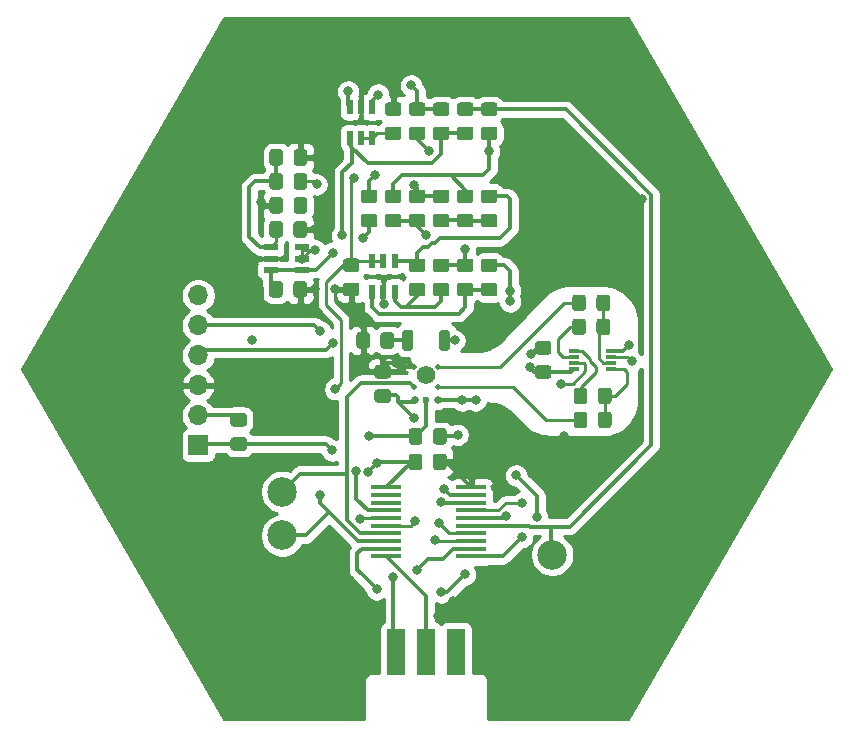
<source format=gtl>
G04 #@! TF.GenerationSoftware,KiCad,Pcbnew,(5.1.6)-1*
G04 #@! TF.CreationDate,2021-10-13T16:30:11+02:00*
G04 #@! TF.ProjectId,SoundModulev2,536f756e-644d-46f6-9475-6c6576322e6b,rev?*
G04 #@! TF.SameCoordinates,Original*
G04 #@! TF.FileFunction,Copper,L1,Top*
G04 #@! TF.FilePolarity,Positive*
%FSLAX46Y46*%
G04 Gerber Fmt 4.6, Leading zero omitted, Abs format (unit mm)*
G04 Created by KiCad (PCBNEW (5.1.6)-1) date 2021-10-13 16:30:11*
%MOMM*%
%LPD*%
G01*
G04 APERTURE LIST*
G04 #@! TA.AperFunction,SMDPad,CuDef*
%ADD10C,2.500000*%
G04 #@! TD*
G04 #@! TA.AperFunction,SMDPad,CuDef*
%ADD11R,1.524000X4.000000*%
G04 #@! TD*
G04 #@! TA.AperFunction,SMDPad,CuDef*
%ADD12R,0.850000X0.300000*%
G04 #@! TD*
G04 #@! TA.AperFunction,ComponentPad*
%ADD13R,1.700000X1.700000*%
G04 #@! TD*
G04 #@! TA.AperFunction,ComponentPad*
%ADD14O,1.700000X1.700000*%
G04 #@! TD*
G04 #@! TA.AperFunction,SMDPad,CuDef*
%ADD15C,0.460000*%
G04 #@! TD*
G04 #@! TA.AperFunction,ComponentPad*
%ADD16C,1.560000*%
G04 #@! TD*
G04 #@! TA.AperFunction,SMDPad,CuDef*
%ADD17C,0.600000*%
G04 #@! TD*
G04 #@! TA.AperFunction,SMDPad,CuDef*
%ADD18C,0.650000*%
G04 #@! TD*
G04 #@! TA.AperFunction,SMDPad,CuDef*
%ADD19R,2.500000X0.450000*%
G04 #@! TD*
G04 #@! TA.AperFunction,SMDPad,CuDef*
%ADD20R,0.550000X1.200000*%
G04 #@! TD*
G04 #@! TA.AperFunction,SMDPad,CuDef*
%ADD21R,1.200000X0.550000*%
G04 #@! TD*
G04 #@! TA.AperFunction,ViaPad*
%ADD22C,0.800000*%
G04 #@! TD*
G04 #@! TA.AperFunction,Conductor*
%ADD23C,0.350000*%
G04 #@! TD*
G04 #@! TA.AperFunction,Conductor*
%ADD24C,0.250000*%
G04 #@! TD*
G04 #@! TA.AperFunction,Conductor*
%ADD25C,0.254000*%
G04 #@! TD*
G04 APERTURE END LIST*
G04 #@! TA.AperFunction,SMDPad,CuDef*
G36*
G01*
X123574120Y-76229680D02*
X123574120Y-74859680D01*
G75*
G02*
X123764120Y-74669680I190000J0D01*
G01*
X124334120Y-74669680D01*
G75*
G02*
X124524120Y-74859680I0J-190000D01*
G01*
X124524120Y-76229680D01*
G75*
G02*
X124334120Y-76419680I-190000J0D01*
G01*
X123764120Y-76419680D01*
G75*
G02*
X123574120Y-76229680I0J190000D01*
G01*
G37*
G04 #@! TD.AperFunction*
G04 #@! TA.AperFunction,SMDPad,CuDef*
G36*
G01*
X120474120Y-76229680D02*
X120474120Y-74859680D01*
G75*
G02*
X120664120Y-74669680I190000J0D01*
G01*
X121234120Y-74669680D01*
G75*
G02*
X121424120Y-74859680I0J-190000D01*
G01*
X121424120Y-76229680D01*
G75*
G02*
X121234120Y-76419680I-190000J0D01*
G01*
X120664120Y-76419680D01*
G75*
G02*
X120474120Y-76229680I0J190000D01*
G01*
G37*
G04 #@! TD.AperFunction*
D10*
X133167120Y-93705680D03*
X110307120Y-92054680D03*
X110307120Y-88371680D03*
G04 #@! TA.AperFunction,SMDPad,CuDef*
G36*
G01*
X119266121Y-80827680D02*
X118366119Y-80827680D01*
G75*
G02*
X118116120Y-80577681I0J249999D01*
G01*
X118116120Y-79927679D01*
G75*
G02*
X118366119Y-79677680I249999J0D01*
G01*
X119266121Y-79677680D01*
G75*
G02*
X119516120Y-79927679I0J-249999D01*
G01*
X119516120Y-80577681D01*
G75*
G02*
X119266121Y-80827680I-249999J0D01*
G01*
G37*
G04 #@! TD.AperFunction*
G04 #@! TA.AperFunction,SMDPad,CuDef*
G36*
G01*
X119266121Y-78777680D02*
X118366119Y-78777680D01*
G75*
G02*
X118116120Y-78527681I0J249999D01*
G01*
X118116120Y-77877679D01*
G75*
G02*
X118366119Y-77627680I249999J0D01*
G01*
X119266121Y-77627680D01*
G75*
G02*
X119516120Y-77877679I0J-249999D01*
G01*
X119516120Y-78527681D01*
G75*
G02*
X119266121Y-78777680I-249999J0D01*
G01*
G37*
G04 #@! TD.AperFunction*
G04 #@! TA.AperFunction,SMDPad,CuDef*
G36*
G01*
X136146120Y-81825679D02*
X136146120Y-82725681D01*
G75*
G02*
X135896121Y-82975680I-249999J0D01*
G01*
X135246119Y-82975680D01*
G75*
G02*
X134996120Y-82725681I0J249999D01*
G01*
X134996120Y-81825679D01*
G75*
G02*
X135246119Y-81575680I249999J0D01*
G01*
X135896121Y-81575680D01*
G75*
G02*
X136146120Y-81825679I0J-249999D01*
G01*
G37*
G04 #@! TD.AperFunction*
G04 #@! TA.AperFunction,SMDPad,CuDef*
G36*
G01*
X138196120Y-81825679D02*
X138196120Y-82725681D01*
G75*
G02*
X137946121Y-82975680I-249999J0D01*
G01*
X137296119Y-82975680D01*
G75*
G02*
X137046120Y-82725681I0J249999D01*
G01*
X137046120Y-81825679D01*
G75*
G02*
X137296119Y-81575680I249999J0D01*
G01*
X137946121Y-81575680D01*
G75*
G02*
X138196120Y-81825679I0J-249999D01*
G01*
G37*
G04 #@! TD.AperFunction*
D11*
X119941340Y-101918520D03*
X122481340Y-101918520D03*
X125021340Y-101918520D03*
G04 #@! TA.AperFunction,SMDPad,CuDef*
G36*
G01*
X122176120Y-83222679D02*
X122176120Y-84122681D01*
G75*
G02*
X121926121Y-84372680I-249999J0D01*
G01*
X121276119Y-84372680D01*
G75*
G02*
X121026120Y-84122681I0J249999D01*
G01*
X121026120Y-83222679D01*
G75*
G02*
X121276119Y-82972680I249999J0D01*
G01*
X121926121Y-82972680D01*
G75*
G02*
X122176120Y-83222679I0J-249999D01*
G01*
G37*
G04 #@! TD.AperFunction*
G04 #@! TA.AperFunction,SMDPad,CuDef*
G36*
G01*
X124226120Y-83222679D02*
X124226120Y-84122681D01*
G75*
G02*
X123976121Y-84372680I-249999J0D01*
G01*
X123326119Y-84372680D01*
G75*
G02*
X123076120Y-84122681I0J249999D01*
G01*
X123076120Y-83222679D01*
G75*
G02*
X123326119Y-82972680I249999J0D01*
G01*
X123976121Y-82972680D01*
G75*
G02*
X124226120Y-83222679I0J-249999D01*
G01*
G37*
G04 #@! TD.AperFunction*
D12*
X135021120Y-77945680D03*
X135021120Y-77445680D03*
X135021120Y-76945680D03*
X135021120Y-76445680D03*
X138171120Y-76445680D03*
X138171120Y-76945680D03*
X138171120Y-77445680D03*
X138171120Y-77945680D03*
G04 #@! TA.AperFunction,SMDPad,CuDef*
G36*
G01*
X136019120Y-71919679D02*
X136019120Y-72819681D01*
G75*
G02*
X135769121Y-73069680I-249999J0D01*
G01*
X135119119Y-73069680D01*
G75*
G02*
X134869120Y-72819681I0J249999D01*
G01*
X134869120Y-71919679D01*
G75*
G02*
X135119119Y-71669680I249999J0D01*
G01*
X135769121Y-71669680D01*
G75*
G02*
X136019120Y-71919679I0J-249999D01*
G01*
G37*
G04 #@! TD.AperFunction*
G04 #@! TA.AperFunction,SMDPad,CuDef*
G36*
G01*
X138069120Y-71919679D02*
X138069120Y-72819681D01*
G75*
G02*
X137819121Y-73069680I-249999J0D01*
G01*
X137169119Y-73069680D01*
G75*
G02*
X136919120Y-72819681I0J249999D01*
G01*
X136919120Y-71919679D01*
G75*
G02*
X137169119Y-71669680I249999J0D01*
G01*
X137819121Y-71669680D01*
G75*
G02*
X138069120Y-71919679I0J-249999D01*
G01*
G37*
G04 #@! TD.AperFunction*
G04 #@! TA.AperFunction,SMDPad,CuDef*
G36*
G01*
X137046120Y-80693681D02*
X137046120Y-79793679D01*
G75*
G02*
X137296119Y-79543680I249999J0D01*
G01*
X137946121Y-79543680D01*
G75*
G02*
X138196120Y-79793679I0J-249999D01*
G01*
X138196120Y-80693681D01*
G75*
G02*
X137946121Y-80943680I-249999J0D01*
G01*
X137296119Y-80943680D01*
G75*
G02*
X137046120Y-80693681I0J249999D01*
G01*
G37*
G04 #@! TD.AperFunction*
G04 #@! TA.AperFunction,SMDPad,CuDef*
G36*
G01*
X134996120Y-80693681D02*
X134996120Y-79793679D01*
G75*
G02*
X135246119Y-79543680I249999J0D01*
G01*
X135896121Y-79543680D01*
G75*
G02*
X136146120Y-79793679I0J-249999D01*
G01*
X136146120Y-80693681D01*
G75*
G02*
X135896121Y-80943680I-249999J0D01*
G01*
X135246119Y-80943680D01*
G75*
G02*
X134996120Y-80693681I0J249999D01*
G01*
G37*
G04 #@! TD.AperFunction*
G04 #@! TA.AperFunction,SMDPad,CuDef*
G36*
G01*
X136919120Y-74851681D02*
X136919120Y-73951679D01*
G75*
G02*
X137169119Y-73701680I249999J0D01*
G01*
X137819121Y-73701680D01*
G75*
G02*
X138069120Y-73951679I0J-249999D01*
G01*
X138069120Y-74851681D01*
G75*
G02*
X137819121Y-75101680I-249999J0D01*
G01*
X137169119Y-75101680D01*
G75*
G02*
X136919120Y-74851681I0J249999D01*
G01*
G37*
G04 #@! TD.AperFunction*
G04 #@! TA.AperFunction,SMDPad,CuDef*
G36*
G01*
X134869120Y-74851681D02*
X134869120Y-73951679D01*
G75*
G02*
X135119119Y-73701680I249999J0D01*
G01*
X135769121Y-73701680D01*
G75*
G02*
X136019120Y-73951679I0J-249999D01*
G01*
X136019120Y-74851681D01*
G75*
G02*
X135769121Y-75101680I-249999J0D01*
G01*
X135119119Y-75101680D01*
G75*
G02*
X134869120Y-74851681I0J249999D01*
G01*
G37*
G04 #@! TD.AperFunction*
G04 #@! TA.AperFunction,SMDPad,CuDef*
G36*
G01*
X132855121Y-76745680D02*
X131955119Y-76745680D01*
G75*
G02*
X131705120Y-76495681I0J249999D01*
G01*
X131705120Y-75845679D01*
G75*
G02*
X131955119Y-75595680I249999J0D01*
G01*
X132855121Y-75595680D01*
G75*
G02*
X133105120Y-75845679I0J-249999D01*
G01*
X133105120Y-76495681D01*
G75*
G02*
X132855121Y-76745680I-249999J0D01*
G01*
G37*
G04 #@! TD.AperFunction*
G04 #@! TA.AperFunction,SMDPad,CuDef*
G36*
G01*
X132855121Y-78795680D02*
X131955119Y-78795680D01*
G75*
G02*
X131705120Y-78545681I0J249999D01*
G01*
X131705120Y-77895679D01*
G75*
G02*
X131955119Y-77645680I249999J0D01*
G01*
X132855121Y-77645680D01*
G75*
G02*
X133105120Y-77895679I0J-249999D01*
G01*
X133105120Y-78545681D01*
G75*
G02*
X132855121Y-78795680I-249999J0D01*
G01*
G37*
G04 #@! TD.AperFunction*
G04 #@! TA.AperFunction,SMDPad,CuDef*
G36*
G01*
X123076120Y-86281681D02*
X123076120Y-85381679D01*
G75*
G02*
X123326119Y-85131680I249999J0D01*
G01*
X123976121Y-85131680D01*
G75*
G02*
X124226120Y-85381679I0J-249999D01*
G01*
X124226120Y-86281681D01*
G75*
G02*
X123976121Y-86531680I-249999J0D01*
G01*
X123326119Y-86531680D01*
G75*
G02*
X123076120Y-86281681I0J249999D01*
G01*
G37*
G04 #@! TD.AperFunction*
G04 #@! TA.AperFunction,SMDPad,CuDef*
G36*
G01*
X121026120Y-86281681D02*
X121026120Y-85381679D01*
G75*
G02*
X121276119Y-85131680I249999J0D01*
G01*
X121926121Y-85131680D01*
G75*
G02*
X122176120Y-85381679I0J-249999D01*
G01*
X122176120Y-86281681D01*
G75*
G02*
X121926121Y-86531680I-249999J0D01*
G01*
X121276119Y-86531680D01*
G75*
G02*
X121026120Y-86281681I0J249999D01*
G01*
G37*
G04 #@! TD.AperFunction*
G04 #@! TA.AperFunction,SMDPad,CuDef*
G36*
G01*
X128283121Y-71819680D02*
X127383119Y-71819680D01*
G75*
G02*
X127133120Y-71569681I0J249999D01*
G01*
X127133120Y-70919679D01*
G75*
G02*
X127383119Y-70669680I249999J0D01*
G01*
X128283121Y-70669680D01*
G75*
G02*
X128533120Y-70919679I0J-249999D01*
G01*
X128533120Y-71569681D01*
G75*
G02*
X128283121Y-71819680I-249999J0D01*
G01*
G37*
G04 #@! TD.AperFunction*
G04 #@! TA.AperFunction,SMDPad,CuDef*
G36*
G01*
X128283121Y-69769680D02*
X127383119Y-69769680D01*
G75*
G02*
X127133120Y-69519681I0J249999D01*
G01*
X127133120Y-68869679D01*
G75*
G02*
X127383119Y-68619680I249999J0D01*
G01*
X128283121Y-68619680D01*
G75*
G02*
X128533120Y-68869679I0J-249999D01*
G01*
X128533120Y-69519681D01*
G75*
G02*
X128283121Y-69769680I-249999J0D01*
G01*
G37*
G04 #@! TD.AperFunction*
G04 #@! TA.AperFunction,SMDPad,CuDef*
G36*
G01*
X115699119Y-68601680D02*
X116599121Y-68601680D01*
G75*
G02*
X116849120Y-68851679I0J-249999D01*
G01*
X116849120Y-69501681D01*
G75*
G02*
X116599121Y-69751680I-249999J0D01*
G01*
X115699119Y-69751680D01*
G75*
G02*
X115449120Y-69501681I0J249999D01*
G01*
X115449120Y-68851679D01*
G75*
G02*
X115699119Y-68601680I249999J0D01*
G01*
G37*
G04 #@! TD.AperFunction*
G04 #@! TA.AperFunction,SMDPad,CuDef*
G36*
G01*
X115699119Y-70651680D02*
X116599121Y-70651680D01*
G75*
G02*
X116849120Y-70901679I0J-249999D01*
G01*
X116849120Y-71551681D01*
G75*
G02*
X116599121Y-71801680I-249999J0D01*
G01*
X115699119Y-71801680D01*
G75*
G02*
X115449120Y-71551681I0J249999D01*
G01*
X115449120Y-70901679D01*
G75*
G02*
X115699119Y-70651680I249999J0D01*
G01*
G37*
G04 #@! TD.AperFunction*
G04 #@! TA.AperFunction,SMDPad,CuDef*
G36*
G01*
X128283121Y-63927680D02*
X127383119Y-63927680D01*
G75*
G02*
X127133120Y-63677681I0J249999D01*
G01*
X127133120Y-63027679D01*
G75*
G02*
X127383119Y-62777680I249999J0D01*
G01*
X128283121Y-62777680D01*
G75*
G02*
X128533120Y-63027679I0J-249999D01*
G01*
X128533120Y-63677681D01*
G75*
G02*
X128283121Y-63927680I-249999J0D01*
G01*
G37*
G04 #@! TD.AperFunction*
G04 #@! TA.AperFunction,SMDPad,CuDef*
G36*
G01*
X128283121Y-65977680D02*
X127383119Y-65977680D01*
G75*
G02*
X127133120Y-65727681I0J249999D01*
G01*
X127133120Y-65077679D01*
G75*
G02*
X127383119Y-64827680I249999J0D01*
G01*
X128283121Y-64827680D01*
G75*
G02*
X128533120Y-65077679I0J-249999D01*
G01*
X128533120Y-65727681D01*
G75*
G02*
X128283121Y-65977680I-249999J0D01*
G01*
G37*
G04 #@! TD.AperFunction*
G04 #@! TA.AperFunction,SMDPad,CuDef*
G36*
G01*
X111274120Y-64564681D02*
X111274120Y-63664679D01*
G75*
G02*
X111524119Y-63414680I249999J0D01*
G01*
X112174121Y-63414680D01*
G75*
G02*
X112424120Y-63664679I0J-249999D01*
G01*
X112424120Y-64564681D01*
G75*
G02*
X112174121Y-64814680I-249999J0D01*
G01*
X111524119Y-64814680D01*
G75*
G02*
X111274120Y-64564681I0J249999D01*
G01*
G37*
G04 #@! TD.AperFunction*
G04 #@! TA.AperFunction,SMDPad,CuDef*
G36*
G01*
X109224120Y-64564681D02*
X109224120Y-63664679D01*
G75*
G02*
X109474119Y-63414680I249999J0D01*
G01*
X110124121Y-63414680D01*
G75*
G02*
X110374120Y-63664679I0J-249999D01*
G01*
X110374120Y-64564681D01*
G75*
G02*
X110124121Y-64814680I-249999J0D01*
G01*
X109474119Y-64814680D01*
G75*
G02*
X109224120Y-64564681I0J249999D01*
G01*
G37*
G04 #@! TD.AperFunction*
G04 #@! TA.AperFunction,SMDPad,CuDef*
G36*
G01*
X118123121Y-65977680D02*
X117223119Y-65977680D01*
G75*
G02*
X116973120Y-65727681I0J249999D01*
G01*
X116973120Y-65077679D01*
G75*
G02*
X117223119Y-64827680I249999J0D01*
G01*
X118123121Y-64827680D01*
G75*
G02*
X118373120Y-65077679I0J-249999D01*
G01*
X118373120Y-65727681D01*
G75*
G02*
X118123121Y-65977680I-249999J0D01*
G01*
G37*
G04 #@! TD.AperFunction*
G04 #@! TA.AperFunction,SMDPad,CuDef*
G36*
G01*
X118123121Y-63927680D02*
X117223119Y-63927680D01*
G75*
G02*
X116973120Y-63677681I0J249999D01*
G01*
X116973120Y-63027679D01*
G75*
G02*
X117223119Y-62777680I249999J0D01*
G01*
X118123121Y-62777680D01*
G75*
G02*
X118373120Y-63027679I0J-249999D01*
G01*
X118373120Y-63677681D01*
G75*
G02*
X118123121Y-63927680I-249999J0D01*
G01*
G37*
G04 #@! TD.AperFunction*
G04 #@! TA.AperFunction,SMDPad,CuDef*
G36*
G01*
X120155121Y-63927680D02*
X119255119Y-63927680D01*
G75*
G02*
X119005120Y-63677681I0J249999D01*
G01*
X119005120Y-63027679D01*
G75*
G02*
X119255119Y-62777680I249999J0D01*
G01*
X120155121Y-62777680D01*
G75*
G02*
X120405120Y-63027679I0J-249999D01*
G01*
X120405120Y-63677681D01*
G75*
G02*
X120155121Y-63927680I-249999J0D01*
G01*
G37*
G04 #@! TD.AperFunction*
G04 #@! TA.AperFunction,SMDPad,CuDef*
G36*
G01*
X120155121Y-65977680D02*
X119255119Y-65977680D01*
G75*
G02*
X119005120Y-65727681I0J249999D01*
G01*
X119005120Y-65077679D01*
G75*
G02*
X119255119Y-64827680I249999J0D01*
G01*
X120155121Y-64827680D01*
G75*
G02*
X120405120Y-65077679I0J-249999D01*
G01*
X120405120Y-65727681D01*
G75*
G02*
X120155121Y-65977680I-249999J0D01*
G01*
G37*
G04 #@! TD.AperFunction*
G04 #@! TA.AperFunction,SMDPad,CuDef*
G36*
G01*
X120155121Y-56543680D02*
X119255119Y-56543680D01*
G75*
G02*
X119005120Y-56293681I0J249999D01*
G01*
X119005120Y-55643679D01*
G75*
G02*
X119255119Y-55393680I249999J0D01*
G01*
X120155121Y-55393680D01*
G75*
G02*
X120405120Y-55643679I0J-249999D01*
G01*
X120405120Y-56293681D01*
G75*
G02*
X120155121Y-56543680I-249999J0D01*
G01*
G37*
G04 #@! TD.AperFunction*
G04 #@! TA.AperFunction,SMDPad,CuDef*
G36*
G01*
X120155121Y-58593680D02*
X119255119Y-58593680D01*
G75*
G02*
X119005120Y-58343681I0J249999D01*
G01*
X119005120Y-57693679D01*
G75*
G02*
X119255119Y-57443680I249999J0D01*
G01*
X120155121Y-57443680D01*
G75*
G02*
X120405120Y-57693679I0J-249999D01*
G01*
X120405120Y-58343681D01*
G75*
G02*
X120155121Y-58593680I-249999J0D01*
G01*
G37*
G04 #@! TD.AperFunction*
G04 #@! TA.AperFunction,SMDPad,CuDef*
G36*
G01*
X125351119Y-57443680D02*
X126251121Y-57443680D01*
G75*
G02*
X126501120Y-57693679I0J-249999D01*
G01*
X126501120Y-58343681D01*
G75*
G02*
X126251121Y-58593680I-249999J0D01*
G01*
X125351119Y-58593680D01*
G75*
G02*
X125101120Y-58343681I0J249999D01*
G01*
X125101120Y-57693679D01*
G75*
G02*
X125351119Y-57443680I249999J0D01*
G01*
G37*
G04 #@! TD.AperFunction*
G04 #@! TA.AperFunction,SMDPad,CuDef*
G36*
G01*
X125351119Y-55393680D02*
X126251121Y-55393680D01*
G75*
G02*
X126501120Y-55643679I0J-249999D01*
G01*
X126501120Y-56293681D01*
G75*
G02*
X126251121Y-56543680I-249999J0D01*
G01*
X125351119Y-56543680D01*
G75*
G02*
X125101120Y-56293681I0J249999D01*
G01*
X125101120Y-55643679D01*
G75*
G02*
X125351119Y-55393680I249999J0D01*
G01*
G37*
G04 #@! TD.AperFunction*
D13*
X103195120Y-84434680D03*
D14*
X103195120Y-81894680D03*
X103195120Y-79354680D03*
X103195120Y-76814680D03*
X103195120Y-74274680D03*
X103195120Y-71734680D03*
D15*
X121484120Y-77825680D03*
X123514120Y-77825680D03*
X123514120Y-79465680D03*
X121484120Y-79465680D03*
D16*
X122499120Y-78465680D03*
D17*
X122499120Y-80565680D03*
D18*
X123464120Y-80565680D03*
X121534120Y-80565680D03*
G04 #@! TA.AperFunction,SMDPad,CuDef*
G36*
G01*
X106174119Y-83741680D02*
X107074121Y-83741680D01*
G75*
G02*
X107324120Y-83991679I0J-249999D01*
G01*
X107324120Y-84641681D01*
G75*
G02*
X107074121Y-84891680I-249999J0D01*
G01*
X106174119Y-84891680D01*
G75*
G02*
X105924120Y-84641681I0J249999D01*
G01*
X105924120Y-83991679D01*
G75*
G02*
X106174119Y-83741680I249999J0D01*
G01*
G37*
G04 #@! TD.AperFunction*
G04 #@! TA.AperFunction,SMDPad,CuDef*
G36*
G01*
X106174119Y-81691680D02*
X107074121Y-81691680D01*
G75*
G02*
X107324120Y-81941679I0J-249999D01*
G01*
X107324120Y-82591681D01*
G75*
G02*
X107074121Y-82841680I-249999J0D01*
G01*
X106174119Y-82841680D01*
G75*
G02*
X105924120Y-82591681I0J249999D01*
G01*
X105924120Y-81941679D01*
G75*
G02*
X106174119Y-81691680I249999J0D01*
G01*
G37*
G04 #@! TD.AperFunction*
G04 #@! TA.AperFunction,SMDPad,CuDef*
G36*
G01*
X117731120Y-75094679D02*
X117731120Y-75994681D01*
G75*
G02*
X117481121Y-76244680I-249999J0D01*
G01*
X116831119Y-76244680D01*
G75*
G02*
X116581120Y-75994681I0J249999D01*
G01*
X116581120Y-75094679D01*
G75*
G02*
X116831119Y-74844680I249999J0D01*
G01*
X117481121Y-74844680D01*
G75*
G02*
X117731120Y-75094679I0J-249999D01*
G01*
G37*
G04 #@! TD.AperFunction*
G04 #@! TA.AperFunction,SMDPad,CuDef*
G36*
G01*
X119781120Y-75094679D02*
X119781120Y-75994681D01*
G75*
G02*
X119531121Y-76244680I-249999J0D01*
G01*
X118881119Y-76244680D01*
G75*
G02*
X118631120Y-75994681I0J249999D01*
G01*
X118631120Y-75094679D01*
G75*
G02*
X118881119Y-74844680I249999J0D01*
G01*
X119531121Y-74844680D01*
G75*
G02*
X119781120Y-75094679I0J-249999D01*
G01*
G37*
G04 #@! TD.AperFunction*
G04 #@! TA.AperFunction,SMDPad,CuDef*
G36*
G01*
X126251121Y-69769680D02*
X125351119Y-69769680D01*
G75*
G02*
X125101120Y-69519681I0J249999D01*
G01*
X125101120Y-68869679D01*
G75*
G02*
X125351119Y-68619680I249999J0D01*
G01*
X126251121Y-68619680D01*
G75*
G02*
X126501120Y-68869679I0J-249999D01*
G01*
X126501120Y-69519681D01*
G75*
G02*
X126251121Y-69769680I-249999J0D01*
G01*
G37*
G04 #@! TD.AperFunction*
G04 #@! TA.AperFunction,SMDPad,CuDef*
G36*
G01*
X126251121Y-71819680D02*
X125351119Y-71819680D01*
G75*
G02*
X125101120Y-71569681I0J249999D01*
G01*
X125101120Y-70919679D01*
G75*
G02*
X125351119Y-70669680I249999J0D01*
G01*
X126251121Y-70669680D01*
G75*
G02*
X126501120Y-70919679I0J-249999D01*
G01*
X126501120Y-71569681D01*
G75*
G02*
X126251121Y-71819680I-249999J0D01*
G01*
G37*
G04 #@! TD.AperFunction*
G04 #@! TA.AperFunction,SMDPad,CuDef*
G36*
G01*
X123319119Y-68619680D02*
X124219121Y-68619680D01*
G75*
G02*
X124469120Y-68869679I0J-249999D01*
G01*
X124469120Y-69519681D01*
G75*
G02*
X124219121Y-69769680I-249999J0D01*
G01*
X123319119Y-69769680D01*
G75*
G02*
X123069120Y-69519681I0J249999D01*
G01*
X123069120Y-68869679D01*
G75*
G02*
X123319119Y-68619680I249999J0D01*
G01*
G37*
G04 #@! TD.AperFunction*
G04 #@! TA.AperFunction,SMDPad,CuDef*
G36*
G01*
X123319119Y-70669680D02*
X124219121Y-70669680D01*
G75*
G02*
X124469120Y-70919679I0J-249999D01*
G01*
X124469120Y-71569681D01*
G75*
G02*
X124219121Y-71819680I-249999J0D01*
G01*
X123319119Y-71819680D01*
G75*
G02*
X123069120Y-71569681I0J249999D01*
G01*
X123069120Y-70919679D01*
G75*
G02*
X123319119Y-70669680I249999J0D01*
G01*
G37*
G04 #@! TD.AperFunction*
G04 #@! TA.AperFunction,SMDPad,CuDef*
G36*
G01*
X112424120Y-61632679D02*
X112424120Y-62532681D01*
G75*
G02*
X112174121Y-62782680I-249999J0D01*
G01*
X111524119Y-62782680D01*
G75*
G02*
X111274120Y-62532681I0J249999D01*
G01*
X111274120Y-61632679D01*
G75*
G02*
X111524119Y-61382680I249999J0D01*
G01*
X112174121Y-61382680D01*
G75*
G02*
X112424120Y-61632679I0J-249999D01*
G01*
G37*
G04 #@! TD.AperFunction*
G04 #@! TA.AperFunction,SMDPad,CuDef*
G36*
G01*
X110374120Y-61632679D02*
X110374120Y-62532681D01*
G75*
G02*
X110124121Y-62782680I-249999J0D01*
G01*
X109474119Y-62782680D01*
G75*
G02*
X109224120Y-62532681I0J249999D01*
G01*
X109224120Y-61632679D01*
G75*
G02*
X109474119Y-61382680I249999J0D01*
G01*
X110124121Y-61382680D01*
G75*
G02*
X110374120Y-61632679I0J-249999D01*
G01*
G37*
G04 #@! TD.AperFunction*
G04 #@! TA.AperFunction,SMDPad,CuDef*
G36*
G01*
X109224120Y-60500681D02*
X109224120Y-59600679D01*
G75*
G02*
X109474119Y-59350680I249999J0D01*
G01*
X110124121Y-59350680D01*
G75*
G02*
X110374120Y-59600679I0J-249999D01*
G01*
X110374120Y-60500681D01*
G75*
G02*
X110124121Y-60750680I-249999J0D01*
G01*
X109474119Y-60750680D01*
G75*
G02*
X109224120Y-60500681I0J249999D01*
G01*
G37*
G04 #@! TD.AperFunction*
G04 #@! TA.AperFunction,SMDPad,CuDef*
G36*
G01*
X111274120Y-60500681D02*
X111274120Y-59600679D01*
G75*
G02*
X111524119Y-59350680I249999J0D01*
G01*
X112174121Y-59350680D01*
G75*
G02*
X112424120Y-59600679I0J-249999D01*
G01*
X112424120Y-60500681D01*
G75*
G02*
X112174121Y-60750680I-249999J0D01*
G01*
X111524119Y-60750680D01*
G75*
G02*
X111274120Y-60500681I0J249999D01*
G01*
G37*
G04 #@! TD.AperFunction*
G04 #@! TA.AperFunction,SMDPad,CuDef*
G36*
G01*
X121287119Y-68619680D02*
X122187121Y-68619680D01*
G75*
G02*
X122437120Y-68869679I0J-249999D01*
G01*
X122437120Y-69519681D01*
G75*
G02*
X122187121Y-69769680I-249999J0D01*
G01*
X121287119Y-69769680D01*
G75*
G02*
X121037120Y-69519681I0J249999D01*
G01*
X121037120Y-68869679D01*
G75*
G02*
X121287119Y-68619680I249999J0D01*
G01*
G37*
G04 #@! TD.AperFunction*
G04 #@! TA.AperFunction,SMDPad,CuDef*
G36*
G01*
X121287119Y-70669680D02*
X122187121Y-70669680D01*
G75*
G02*
X122437120Y-70919679I0J-249999D01*
G01*
X122437120Y-71569681D01*
G75*
G02*
X122187121Y-71819680I-249999J0D01*
G01*
X121287119Y-71819680D01*
G75*
G02*
X121037120Y-71569681I0J249999D01*
G01*
X121037120Y-70919679D01*
G75*
G02*
X121287119Y-70669680I249999J0D01*
G01*
G37*
G04 #@! TD.AperFunction*
G04 #@! TA.AperFunction,SMDPad,CuDef*
G36*
G01*
X126251121Y-65977680D02*
X125351119Y-65977680D01*
G75*
G02*
X125101120Y-65727681I0J249999D01*
G01*
X125101120Y-65077679D01*
G75*
G02*
X125351119Y-64827680I249999J0D01*
G01*
X126251121Y-64827680D01*
G75*
G02*
X126501120Y-65077679I0J-249999D01*
G01*
X126501120Y-65727681D01*
G75*
G02*
X126251121Y-65977680I-249999J0D01*
G01*
G37*
G04 #@! TD.AperFunction*
G04 #@! TA.AperFunction,SMDPad,CuDef*
G36*
G01*
X126251121Y-63927680D02*
X125351119Y-63927680D01*
G75*
G02*
X125101120Y-63677681I0J249999D01*
G01*
X125101120Y-63027679D01*
G75*
G02*
X125351119Y-62777680I249999J0D01*
G01*
X126251121Y-62777680D01*
G75*
G02*
X126501120Y-63027679I0J-249999D01*
G01*
X126501120Y-63677681D01*
G75*
G02*
X126251121Y-63927680I-249999J0D01*
G01*
G37*
G04 #@! TD.AperFunction*
G04 #@! TA.AperFunction,SMDPad,CuDef*
G36*
G01*
X123319119Y-64827680D02*
X124219121Y-64827680D01*
G75*
G02*
X124469120Y-65077679I0J-249999D01*
G01*
X124469120Y-65727681D01*
G75*
G02*
X124219121Y-65977680I-249999J0D01*
G01*
X123319119Y-65977680D01*
G75*
G02*
X123069120Y-65727681I0J249999D01*
G01*
X123069120Y-65077679D01*
G75*
G02*
X123319119Y-64827680I249999J0D01*
G01*
G37*
G04 #@! TD.AperFunction*
G04 #@! TA.AperFunction,SMDPad,CuDef*
G36*
G01*
X123319119Y-62777680D02*
X124219121Y-62777680D01*
G75*
G02*
X124469120Y-63027679I0J-249999D01*
G01*
X124469120Y-63677681D01*
G75*
G02*
X124219121Y-63927680I-249999J0D01*
G01*
X123319119Y-63927680D01*
G75*
G02*
X123069120Y-63677681I0J249999D01*
G01*
X123069120Y-63027679D01*
G75*
G02*
X123319119Y-62777680I249999J0D01*
G01*
G37*
G04 #@! TD.AperFunction*
G04 #@! TA.AperFunction,SMDPad,CuDef*
G36*
G01*
X122187121Y-65977680D02*
X121287119Y-65977680D01*
G75*
G02*
X121037120Y-65727681I0J249999D01*
G01*
X121037120Y-65077679D01*
G75*
G02*
X121287119Y-64827680I249999J0D01*
G01*
X122187121Y-64827680D01*
G75*
G02*
X122437120Y-65077679I0J-249999D01*
G01*
X122437120Y-65727681D01*
G75*
G02*
X122187121Y-65977680I-249999J0D01*
G01*
G37*
G04 #@! TD.AperFunction*
G04 #@! TA.AperFunction,SMDPad,CuDef*
G36*
G01*
X122187121Y-63927680D02*
X121287119Y-63927680D01*
G75*
G02*
X121037120Y-63677681I0J249999D01*
G01*
X121037120Y-63027679D01*
G75*
G02*
X121287119Y-62777680I249999J0D01*
G01*
X122187121Y-62777680D01*
G75*
G02*
X122437120Y-63027679I0J-249999D01*
G01*
X122437120Y-63677681D01*
G75*
G02*
X122187121Y-63927680I-249999J0D01*
G01*
G37*
G04 #@! TD.AperFunction*
G04 #@! TA.AperFunction,SMDPad,CuDef*
G36*
G01*
X121287119Y-57443680D02*
X122187121Y-57443680D01*
G75*
G02*
X122437120Y-57693679I0J-249999D01*
G01*
X122437120Y-58343681D01*
G75*
G02*
X122187121Y-58593680I-249999J0D01*
G01*
X121287119Y-58593680D01*
G75*
G02*
X121037120Y-58343681I0J249999D01*
G01*
X121037120Y-57693679D01*
G75*
G02*
X121287119Y-57443680I249999J0D01*
G01*
G37*
G04 #@! TD.AperFunction*
G04 #@! TA.AperFunction,SMDPad,CuDef*
G36*
G01*
X121287119Y-55393680D02*
X122187121Y-55393680D01*
G75*
G02*
X122437120Y-55643679I0J-249999D01*
G01*
X122437120Y-56293681D01*
G75*
G02*
X122187121Y-56543680I-249999J0D01*
G01*
X121287119Y-56543680D01*
G75*
G02*
X121037120Y-56293681I0J249999D01*
G01*
X121037120Y-55643679D01*
G75*
G02*
X121287119Y-55393680I249999J0D01*
G01*
G37*
G04 #@! TD.AperFunction*
G04 #@! TA.AperFunction,SMDPad,CuDef*
G36*
G01*
X124219121Y-56543680D02*
X123319119Y-56543680D01*
G75*
G02*
X123069120Y-56293681I0J249999D01*
G01*
X123069120Y-55643679D01*
G75*
G02*
X123319119Y-55393680I249999J0D01*
G01*
X124219121Y-55393680D01*
G75*
G02*
X124469120Y-55643679I0J-249999D01*
G01*
X124469120Y-56293681D01*
G75*
G02*
X124219121Y-56543680I-249999J0D01*
G01*
G37*
G04 #@! TD.AperFunction*
G04 #@! TA.AperFunction,SMDPad,CuDef*
G36*
G01*
X124219121Y-58593680D02*
X123319119Y-58593680D01*
G75*
G02*
X123069120Y-58343681I0J249999D01*
G01*
X123069120Y-57693679D01*
G75*
G02*
X123319119Y-57443680I249999J0D01*
G01*
X124219121Y-57443680D01*
G75*
G02*
X124469120Y-57693679I0J-249999D01*
G01*
X124469120Y-58343681D01*
G75*
G02*
X124219121Y-58593680I-249999J0D01*
G01*
G37*
G04 #@! TD.AperFunction*
G04 #@! TA.AperFunction,SMDPad,CuDef*
G36*
G01*
X127383119Y-55393680D02*
X128283121Y-55393680D01*
G75*
G02*
X128533120Y-55643679I0J-249999D01*
G01*
X128533120Y-56293681D01*
G75*
G02*
X128283121Y-56543680I-249999J0D01*
G01*
X127383119Y-56543680D01*
G75*
G02*
X127133120Y-56293681I0J249999D01*
G01*
X127133120Y-55643679D01*
G75*
G02*
X127383119Y-55393680I249999J0D01*
G01*
G37*
G04 #@! TD.AperFunction*
G04 #@! TA.AperFunction,SMDPad,CuDef*
G36*
G01*
X127383119Y-57443680D02*
X128283121Y-57443680D01*
G75*
G02*
X128533120Y-57693679I0J-249999D01*
G01*
X128533120Y-58343681D01*
G75*
G02*
X128283121Y-58593680I-249999J0D01*
G01*
X127383119Y-58593680D01*
G75*
G02*
X127133120Y-58343681I0J249999D01*
G01*
X127133120Y-57693679D01*
G75*
G02*
X127383119Y-57443680I249999J0D01*
G01*
G37*
G04 #@! TD.AperFunction*
D19*
X119133620Y-87990680D03*
X119133620Y-88640680D03*
X119133620Y-89290680D03*
X119133620Y-89940680D03*
X119133620Y-90590680D03*
X119133620Y-91240680D03*
X119133620Y-91890680D03*
X119133620Y-92540680D03*
X119133620Y-93190680D03*
X119133620Y-93840680D03*
X126333620Y-93840680D03*
X126333620Y-93190680D03*
X126333620Y-92540680D03*
X126333620Y-91890680D03*
X126333620Y-91240680D03*
X126333620Y-90590680D03*
X126333620Y-89940680D03*
X126333620Y-89290680D03*
X126333620Y-88640680D03*
X126333620Y-87990680D03*
D20*
X117927120Y-71429880D03*
X118877120Y-71429880D03*
X119827120Y-71429880D03*
X119827120Y-68813680D03*
X118877120Y-68813680D03*
X117927120Y-68813680D03*
D21*
X109341920Y-67670680D03*
X109341920Y-68620680D03*
X109341920Y-69570680D03*
X111958120Y-69570680D03*
X111958120Y-68620680D03*
X111958120Y-67670680D03*
D20*
X117927120Y-58399680D03*
X116977120Y-58399680D03*
X116027120Y-58399680D03*
X116027120Y-55783480D03*
X116977120Y-55783480D03*
X117927120Y-55783480D03*
G04 #@! TA.AperFunction,SMDPad,CuDef*
G36*
G01*
X109215120Y-66596681D02*
X109215120Y-65696679D01*
G75*
G02*
X109465119Y-65446680I249999J0D01*
G01*
X110115121Y-65446680D01*
G75*
G02*
X110365120Y-65696679I0J-249999D01*
G01*
X110365120Y-66596681D01*
G75*
G02*
X110115121Y-66846680I-249999J0D01*
G01*
X109465119Y-66846680D01*
G75*
G02*
X109215120Y-66596681I0J249999D01*
G01*
G37*
G04 #@! TD.AperFunction*
G04 #@! TA.AperFunction,SMDPad,CuDef*
G36*
G01*
X111265120Y-66596681D02*
X111265120Y-65696679D01*
G75*
G02*
X111515119Y-65446680I249999J0D01*
G01*
X112165121Y-65446680D01*
G75*
G02*
X112415120Y-65696679I0J-249999D01*
G01*
X112415120Y-66596681D01*
G75*
G02*
X112165121Y-66846680I-249999J0D01*
G01*
X111515119Y-66846680D01*
G75*
G02*
X111265120Y-66596681I0J249999D01*
G01*
G37*
G04 #@! TD.AperFunction*
G04 #@! TA.AperFunction,SMDPad,CuDef*
G36*
G01*
X111256120Y-71676681D02*
X111256120Y-70776679D01*
G75*
G02*
X111506119Y-70526680I249999J0D01*
G01*
X112156121Y-70526680D01*
G75*
G02*
X112406120Y-70776679I0J-249999D01*
G01*
X112406120Y-71676681D01*
G75*
G02*
X112156121Y-71926680I-249999J0D01*
G01*
X111506119Y-71926680D01*
G75*
G02*
X111256120Y-71676681I0J249999D01*
G01*
G37*
G04 #@! TD.AperFunction*
G04 #@! TA.AperFunction,SMDPad,CuDef*
G36*
G01*
X109206120Y-71676681D02*
X109206120Y-70776679D01*
G75*
G02*
X109456119Y-70526680I249999J0D01*
G01*
X110106121Y-70526680D01*
G75*
G02*
X110356120Y-70776679I0J-249999D01*
G01*
X110356120Y-71676681D01*
G75*
G02*
X110106121Y-71926680I-249999J0D01*
G01*
X109456119Y-71926680D01*
G75*
G02*
X109206120Y-71676681I0J249999D01*
G01*
G37*
G04 #@! TD.AperFunction*
D22*
X117546120Y-86720680D03*
X129611120Y-72242680D03*
X126690120Y-80624680D03*
X118943120Y-72496680D03*
X107767120Y-68686680D03*
X108529120Y-63860680D03*
X113355120Y-60304680D03*
X114752120Y-71226680D03*
X116911120Y-52430680D03*
X119705120Y-52430680D03*
X113101120Y-71226680D03*
X113101120Y-66146680D03*
X129103120Y-106532680D03*
X134183120Y-106532680D03*
X139263120Y-106532680D03*
X116403120Y-106532680D03*
X111323120Y-106532680D03*
X106243120Y-106532680D03*
X106243120Y-49382680D03*
X113863120Y-49382680D03*
X121483120Y-49382680D03*
X129103120Y-49382680D03*
X136723120Y-49382680D03*
X140533120Y-53192680D03*
X143581120Y-58526680D03*
X146121120Y-62336680D03*
X148407120Y-66400680D03*
X151455120Y-71734680D03*
X154503120Y-77576680D03*
X151963120Y-83418680D03*
X148407120Y-89768680D03*
X144851120Y-95864680D03*
X141803120Y-101198680D03*
X103703120Y-102468680D03*
X101671120Y-98658680D03*
X98623120Y-93324680D03*
X95575120Y-88244680D03*
X92527120Y-82402680D03*
X89987120Y-77830680D03*
X92781120Y-73258680D03*
X95575120Y-68432680D03*
X98623120Y-63098680D03*
X101925120Y-57764680D03*
X103957120Y-54081680D03*
X125801120Y-85323680D03*
X133167120Y-87482680D03*
X130881120Y-83672680D03*
X135453120Y-84434680D03*
X137485120Y-86974680D03*
X140025120Y-84434680D03*
X142057120Y-86974680D03*
X144597120Y-83545680D03*
X132913120Y-98785680D03*
X137485120Y-99420680D03*
X142057120Y-90276680D03*
X137231120Y-90530680D03*
X110942120Y-100817680D03*
X108275120Y-96626680D03*
X103957120Y-89768680D03*
X95575120Y-75798680D03*
X100655120Y-68178680D03*
X104465120Y-61828680D03*
X106878120Y-58018680D03*
X109926120Y-53192680D03*
X126055120Y-52811680D03*
X134310120Y-52938680D03*
X133929120Y-68940680D03*
X149042120Y-80116680D03*
X141549120Y-96372680D03*
X135453120Y-103230680D03*
X129357120Y-101452680D03*
X135199120Y-58526680D03*
X139771120Y-58526680D03*
X135707120Y-64876680D03*
X140787120Y-63606680D03*
X131643120Y-63733680D03*
X99131120Y-87482680D03*
X135707120Y-95864680D03*
X115387120Y-102976680D03*
X111831120Y-78338680D03*
X107767120Y-75544680D03*
X106751120Y-73004680D03*
X105735120Y-80243680D03*
X135834120Y-61701680D03*
X95321120Y-80370680D03*
X104465120Y-65638680D03*
X134183120Y-83672680D03*
X139644120Y-75925680D03*
X136977120Y-68940680D03*
X131389120Y-76687680D03*
X117165120Y-74274680D03*
X117419120Y-76941680D03*
X119959120Y-77449680D03*
X116403120Y-73131680D03*
X126563120Y-74528680D03*
X127833120Y-73258680D03*
X127833120Y-81894680D03*
X104846120Y-93324680D03*
X99639120Y-82148680D03*
X99512120Y-74147680D03*
X145867120Y-77449680D03*
X144343120Y-74020680D03*
X146375120Y-70591680D03*
X144597120Y-67035680D03*
X113482120Y-55986680D03*
X107132120Y-87228680D03*
X112847120Y-94975680D03*
X116657120Y-98277680D03*
X127071120Y-96118680D03*
X131262120Y-68432680D03*
X132786120Y-66781680D03*
X139009120Y-66146680D03*
X129992120Y-59542680D03*
X129357120Y-82402680D03*
X132024120Y-71988680D03*
X138501120Y-85831680D03*
X136088120Y-88117680D03*
X135072120Y-89006680D03*
X123515120Y-98912680D03*
X124277120Y-98404680D03*
X124785120Y-97642680D03*
X131262120Y-77830680D03*
X118308120Y-85958680D03*
X123769120Y-96880680D03*
X125801120Y-95356680D03*
X129230120Y-90403680D03*
X125168121Y-83543679D03*
X121483120Y-82148680D03*
X125547120Y-80624680D03*
X129611120Y-71353680D03*
X116543120Y-86593680D03*
X114538128Y-84855688D03*
X124023120Y-88117680D03*
X114583240Y-75786112D03*
X123769120Y-89260680D03*
X113551129Y-74782680D03*
X121737120Y-94975680D03*
X119705120Y-95610680D03*
X118308120Y-96626680D03*
X122753120Y-59542680D03*
X127833120Y-59542680D03*
X114625120Y-68125680D03*
X115895120Y-54462680D03*
X121229140Y-53954680D03*
X116403120Y-61828680D03*
X119705120Y-58018680D03*
X111958120Y-68620680D03*
X111831120Y-64114680D03*
X121483120Y-62349680D03*
X118181120Y-61574680D03*
X115387120Y-66654680D03*
X117165120Y-66908680D03*
X118435120Y-54729680D03*
X122499120Y-66654680D03*
X124912120Y-75544680D03*
X130119120Y-86974680D03*
X131897120Y-90530680D03*
X130627120Y-92181680D03*
X125801120Y-67797680D03*
X117673120Y-83672680D03*
X113482120Y-88625680D03*
X121570112Y-90871672D03*
X114801967Y-79667833D03*
X123261120Y-92435680D03*
X113101120Y-67924680D03*
X113228120Y-62336680D03*
X123586121Y-91038680D03*
X116911120Y-90657680D03*
X139898120Y-77322680D03*
X130640120Y-89303680D03*
X133929120Y-79227680D03*
D23*
X118877120Y-71429880D02*
X118877120Y-72430680D01*
X118877120Y-72430680D02*
X118943120Y-72496680D01*
X109341920Y-68620680D02*
X107833120Y-68620680D01*
X107833120Y-68620680D02*
X107767120Y-68686680D01*
X109799120Y-64114680D02*
X108783120Y-64114680D01*
X108783120Y-64114680D02*
X108529120Y-63860680D01*
X111849120Y-60050680D02*
X113101120Y-60050680D01*
X113101120Y-60050680D02*
X113355120Y-60304680D01*
X116977120Y-52496680D02*
X116911120Y-52430680D01*
X116977120Y-55783480D02*
X116977120Y-52496680D01*
X119705120Y-55968680D02*
X119705120Y-52430680D01*
X119188120Y-77449680D02*
X118816120Y-77821680D01*
X124174620Y-85831680D02*
X126333620Y-87990680D01*
X123651120Y-85831680D02*
X124174620Y-85831680D01*
X113101120Y-66146680D02*
X111840120Y-66146680D01*
X116149120Y-71226680D02*
X114752120Y-71226680D01*
X111831120Y-71226680D02*
X113101120Y-71226680D01*
X139149121Y-76420679D02*
X138171120Y-76420679D01*
X139644120Y-75925680D02*
X139149121Y-76420679D01*
X132405120Y-76170680D02*
X131906120Y-76170680D01*
X131906120Y-76170680D02*
X131389120Y-76687680D01*
X119959120Y-77449680D02*
X119188120Y-77449680D01*
X117156120Y-74283680D02*
X117165120Y-74274680D01*
X117156120Y-75544680D02*
X117156120Y-74283680D01*
X118816120Y-78202680D02*
X118816120Y-77821680D01*
X120335120Y-77825680D02*
X119959120Y-77449680D01*
X121484120Y-77825680D02*
X120335120Y-77825680D01*
X106252120Y-81894680D02*
X106624120Y-82266680D01*
X103195120Y-81894680D02*
X106252120Y-81894680D01*
X134771121Y-78220680D02*
X135021120Y-77970681D01*
X132405120Y-78220680D02*
X134771121Y-78220680D01*
X121292620Y-85831680D02*
X119133620Y-87990680D01*
X121601120Y-85831680D02*
X121292620Y-85831680D01*
X132405120Y-78220680D02*
X131652120Y-78220680D01*
X131652120Y-78220680D02*
X131262120Y-77830680D01*
X121601120Y-85831680D02*
X118435120Y-85831680D01*
X118435120Y-85831680D02*
X118308120Y-85958680D01*
X118308120Y-85958680D02*
X117546120Y-86720680D01*
X123769120Y-96880680D02*
X124277120Y-96880680D01*
X124277120Y-96880680D02*
X125801120Y-95356680D01*
X126333620Y-90590680D02*
X129043120Y-90590680D01*
X129043120Y-90590680D02*
X129230120Y-90403680D01*
X120086120Y-80370680D02*
X119905120Y-80189680D01*
X119905120Y-80189680D02*
X119134120Y-80189680D01*
X125039120Y-83672680D02*
X125168121Y-83543679D01*
X123651120Y-83672680D02*
X125039120Y-83672680D01*
X120086120Y-80370680D02*
X120086120Y-80624680D01*
X120086120Y-80624680D02*
X120086120Y-80751680D01*
X120086120Y-80751680D02*
X121483120Y-82148680D01*
X119071120Y-80252680D02*
X119134120Y-80189680D01*
X118816120Y-80252680D02*
X119071120Y-80252680D01*
X121348120Y-80751680D02*
X121534120Y-80565680D01*
X120086120Y-80751680D02*
X121348120Y-80751680D01*
X129611120Y-71353680D02*
X129611120Y-71099680D01*
X129611120Y-71353680D02*
X129611120Y-72242680D01*
X125547120Y-80624680D02*
X126690120Y-80624680D01*
X129611120Y-69702680D02*
X129611120Y-71353680D01*
X127833120Y-69194680D02*
X129103120Y-69194680D01*
X129103120Y-69194680D02*
X129611120Y-69702680D01*
X125488120Y-80565680D02*
X125547120Y-80624680D01*
X123464120Y-80565680D02*
X125488120Y-80565680D01*
X117927120Y-72379880D02*
X117927120Y-71429880D01*
X125801120Y-72750680D02*
X125251110Y-73300690D01*
X118477130Y-73300690D02*
X117927120Y-72750680D01*
X117927120Y-72750680D02*
X117927120Y-72379880D01*
X125801120Y-71244680D02*
X125801120Y-72750680D01*
X125251110Y-73300690D02*
X118477130Y-73300690D01*
X127833120Y-71244680D02*
X125801120Y-71244680D01*
X125801120Y-55968680D02*
X127833120Y-55968680D01*
X141562121Y-63234679D02*
X134296122Y-55968680D01*
X126333620Y-91240680D02*
X131206118Y-91240680D01*
X134678119Y-91305681D02*
X141549120Y-84434680D01*
X141562121Y-63978681D02*
X141562121Y-63234679D01*
X141549120Y-63991682D02*
X141562121Y-63978681D01*
X131206118Y-91240680D02*
X131271119Y-91305681D01*
X134296122Y-55968680D02*
X127833120Y-55968680D01*
X141549120Y-84434680D02*
X141549120Y-63991682D01*
X133053121Y-91305681D02*
X134678119Y-91305681D01*
X133053121Y-93591681D02*
X133167120Y-93705680D01*
X133053121Y-91305681D02*
X133053121Y-93591681D01*
X131271119Y-91305681D02*
X133053121Y-91305681D01*
X103313120Y-84316680D02*
X103195120Y-84434680D01*
X106624120Y-84316680D02*
X103313120Y-84316680D01*
X116543120Y-88950180D02*
X116543120Y-86593680D01*
X119133620Y-89940680D02*
X117533620Y-89940680D01*
X117533620Y-89940680D02*
X116543120Y-88950180D01*
X111599120Y-84316680D02*
X106624120Y-84316680D01*
X111599120Y-84316680D02*
X113999120Y-84316680D01*
X113999120Y-84316680D02*
X114538128Y-84855688D01*
X126333620Y-88640680D02*
X124546120Y-88640680D01*
X124546120Y-88640680D02*
X124023120Y-88117680D01*
X103690119Y-76319681D02*
X103195120Y-76814680D01*
X114049671Y-76319681D02*
X103690119Y-76319681D01*
X114583240Y-75786112D02*
X114049671Y-76319681D01*
X126333620Y-89290680D02*
X123799120Y-89290680D01*
X123799120Y-89290680D02*
X123769120Y-89260680D01*
X113551129Y-74782680D02*
X113043129Y-74274680D01*
X113043129Y-74274680D02*
X111704120Y-74274680D01*
X112095836Y-74274680D02*
X111704120Y-74274680D01*
X111704120Y-74274680D02*
X103195120Y-74274680D01*
X124733620Y-93190680D02*
X123896120Y-94028180D01*
X126333620Y-93190680D02*
X124733620Y-93190680D01*
X123896120Y-94028180D02*
X122684620Y-94028180D01*
X122684620Y-94028180D02*
X121737120Y-94975680D01*
X119705120Y-101682300D02*
X119941340Y-101918520D01*
X119705120Y-95610680D02*
X119705120Y-101682300D01*
X122481340Y-97188400D02*
X122481340Y-101918520D01*
X119133620Y-93840680D02*
X122481340Y-97188400D01*
X119133620Y-93190680D02*
X117533620Y-93190680D01*
X117533620Y-93190680D02*
X117508619Y-93215681D01*
X117533620Y-93190680D02*
X117045120Y-93190680D01*
X117045120Y-93190680D02*
X116657120Y-93578680D01*
X118308120Y-96626680D02*
X117038120Y-95356680D01*
X116657120Y-94975680D02*
X117038120Y-95356680D01*
X116657120Y-93578680D02*
X116657120Y-94975680D01*
X116874120Y-91890680D02*
X119133620Y-91890680D01*
X115768120Y-90784680D02*
X116874120Y-91890680D01*
X115768120Y-80370680D02*
X115768120Y-82402680D01*
X111831120Y-86847680D02*
X110307120Y-88371680D01*
X115768120Y-86847680D02*
X115768120Y-90784680D01*
X115768120Y-86847680D02*
X111831120Y-86847680D01*
X115768120Y-82402680D02*
X115768120Y-86847680D01*
X116986110Y-79152690D02*
X116784120Y-79354680D01*
X121171130Y-79152690D02*
X116986110Y-79152690D01*
X121484120Y-79465680D02*
X121171130Y-79152690D01*
X116784120Y-79354680D02*
X115768120Y-80370680D01*
X120949120Y-75544680D02*
X119587120Y-75544680D01*
X119206120Y-75544680D02*
X119587120Y-75544680D01*
X129357120Y-63352680D02*
X127833120Y-63352680D01*
X129611120Y-63606680D02*
X129357120Y-63352680D01*
X125783120Y-69176680D02*
X125801120Y-69194680D01*
X123769120Y-69176680D02*
X125783120Y-69176680D01*
X120467120Y-61574680D02*
X119705120Y-62336680D01*
X124598120Y-61574680D02*
X120467120Y-61574680D01*
X119705120Y-62336680D02*
X119705120Y-63352680D01*
X125801120Y-63352680D02*
X125801120Y-62777680D01*
X125801120Y-62777680D02*
X124598120Y-61574680D01*
X127325120Y-61574680D02*
X127833120Y-61066680D01*
X124598120Y-61574680D02*
X127325120Y-61574680D01*
X121737120Y-58018680D02*
X121737120Y-58526680D01*
X121737120Y-58526680D02*
X122753120Y-59542680D01*
X127833120Y-58018680D02*
X127833120Y-59542680D01*
X127833120Y-59542680D02*
X127833120Y-61066680D01*
X111958120Y-69570680D02*
X109341920Y-69570680D01*
X109341920Y-70787480D02*
X109781120Y-71226680D01*
X109341920Y-69570680D02*
X109341920Y-70787480D01*
X123769120Y-72242680D02*
X123769120Y-71226680D01*
X123261120Y-72750680D02*
X123769120Y-72242680D01*
X120345120Y-72750680D02*
X123261120Y-72750680D01*
X119827120Y-71429880D02*
X119827120Y-72232680D01*
X119827120Y-72232680D02*
X120345120Y-72750680D01*
X120806120Y-72750680D02*
X120345120Y-72750680D01*
X121737120Y-71819680D02*
X120806120Y-72750680D01*
X121737120Y-71244680D02*
X121737120Y-71819680D01*
X115895120Y-55651480D02*
X116027120Y-55783480D01*
X115895120Y-54462680D02*
X115895120Y-55651480D01*
X121737120Y-55968680D02*
X123769120Y-55968680D01*
X121737120Y-55968680D02*
X121737120Y-54462660D01*
X121737120Y-54462660D02*
X121229140Y-53954680D01*
X108391920Y-67670680D02*
X107513120Y-66791880D01*
X109341920Y-67670680D02*
X108391920Y-67670680D01*
X107513120Y-66791880D02*
X107513120Y-62590680D01*
X108021120Y-62082680D02*
X109799120Y-62082680D01*
X107513120Y-62590680D02*
X108021120Y-62082680D01*
X109799120Y-60050680D02*
X109799120Y-62082680D01*
D24*
X109790120Y-67222480D02*
X109341920Y-67670680D01*
X109790120Y-66146680D02*
X109790120Y-67222480D01*
X116977120Y-58399680D02*
X117927120Y-58399680D01*
X118308120Y-58018680D02*
X117927120Y-58399680D01*
X119705120Y-58018680D02*
X118308120Y-58018680D01*
X118877120Y-68813680D02*
X117927120Y-68813680D01*
X116512120Y-68813680D02*
X116149120Y-69176680D01*
X117927120Y-68813680D02*
X116512120Y-68813680D01*
X116149120Y-69176680D02*
X116149120Y-62018490D01*
X116149120Y-63288490D02*
X116149120Y-62082680D01*
X116149120Y-62082680D02*
X116403120Y-61828680D01*
X111958120Y-67670680D02*
X111958120Y-68620680D01*
X111849120Y-64114680D02*
X111831120Y-64114680D01*
D23*
X125801120Y-65402680D02*
X127833120Y-65402680D01*
X125783120Y-65384680D02*
X125801120Y-65402680D01*
X123769120Y-65384680D02*
X125783120Y-65384680D01*
X121737120Y-63352680D02*
X123769120Y-63352680D01*
X121737120Y-63352680D02*
X121737120Y-62603680D01*
X121737120Y-62603680D02*
X121483120Y-62349680D01*
X117673120Y-62777680D02*
X117673120Y-63352680D01*
X118181120Y-61574680D02*
X117673120Y-62082680D01*
X117673120Y-62082680D02*
X117673120Y-62777680D01*
X125801120Y-58018680D02*
X123769120Y-58018680D01*
X123769120Y-58018680D02*
X123769120Y-59796680D01*
X123769120Y-59796680D02*
X123007120Y-60558680D01*
X116027120Y-59035678D02*
X116027120Y-58399680D01*
X123007120Y-60558680D02*
X117550122Y-60558680D01*
X116214621Y-59223179D02*
X116214621Y-60493179D01*
X116214621Y-59223179D02*
X116027120Y-59035678D01*
X117550122Y-60558680D02*
X116214621Y-59223179D01*
X116214621Y-60493179D02*
X115387120Y-61320680D01*
X115387120Y-61320680D02*
X115387120Y-66654680D01*
X117673120Y-65402680D02*
X117673120Y-66400680D01*
X117673120Y-66400680D02*
X117165120Y-66908680D01*
X119705120Y-65402680D02*
X121737120Y-65402680D01*
X117927120Y-55783480D02*
X117927120Y-55237680D01*
X117927120Y-55237680D02*
X118435120Y-54729680D01*
X121737120Y-65892680D02*
X122499120Y-66654680D01*
X121737120Y-65402680D02*
X121737120Y-65892680D01*
D24*
X135571120Y-82275680D02*
X132659120Y-82275680D01*
X137494120Y-74401680D02*
X137494120Y-72369680D01*
X135444120Y-74401680D02*
X134818120Y-74401680D01*
X135021120Y-76945680D02*
X134060120Y-76945680D01*
X134060120Y-76945680D02*
X133675120Y-76560680D01*
X133675120Y-76560680D02*
X133675120Y-75417680D01*
X134691120Y-74401680D02*
X135444120Y-74401680D01*
X133675120Y-75417680D02*
X134691120Y-74401680D01*
X138171120Y-77945680D02*
X139251120Y-77945680D01*
X139251120Y-77945680D02*
X139517120Y-78211680D01*
X139517120Y-78211680D02*
X139517120Y-79227680D01*
X138501120Y-80243680D02*
X137621120Y-80243680D01*
X139517120Y-79227680D02*
X138501120Y-80243680D01*
X137621120Y-82275680D02*
X137621120Y-80243680D01*
D23*
X130119120Y-86974680D02*
X131897120Y-88752680D01*
X131897120Y-88752680D02*
X131897120Y-90530680D01*
X128968120Y-93840680D02*
X126333620Y-93840680D01*
X130627120Y-92181680D02*
X128968120Y-93840680D01*
X124049120Y-75544680D02*
X124912120Y-75544680D01*
X122245120Y-67670680D02*
X121737120Y-68178680D01*
X121737120Y-69194680D02*
X121737120Y-68178680D01*
X121356120Y-68813680D02*
X121737120Y-69194680D01*
X119827120Y-68813680D02*
X121356120Y-68813680D01*
X129611120Y-66019680D02*
X128722120Y-66908680D01*
X129611120Y-66019680D02*
X129611120Y-63606680D01*
X128722120Y-66908680D02*
X123642120Y-66908680D01*
X122630122Y-67670680D02*
X122245120Y-67670680D01*
X123011122Y-67289680D02*
X122630122Y-67670680D01*
X123261120Y-67289680D02*
X123011122Y-67289680D01*
X123642120Y-66908680D02*
X123261120Y-67289680D01*
X125801120Y-67797680D02*
X125801120Y-69194680D01*
X113180120Y-69570680D02*
X111958120Y-69570680D01*
X114625120Y-68125680D02*
X113180120Y-69570680D01*
X122498120Y-82775680D02*
X121601120Y-83672680D01*
X121601120Y-83672680D02*
X117673120Y-83672680D01*
X116746290Y-92540680D02*
X119133620Y-92540680D01*
X110307120Y-92054680D02*
X112339120Y-92054680D01*
X112339120Y-92054680D02*
X114299705Y-90094095D01*
X114117120Y-89911510D02*
X114299705Y-90094095D01*
X114299705Y-90094095D02*
X116746290Y-92540680D01*
X113482120Y-89276510D02*
X114117120Y-89911510D01*
X113482120Y-88625680D02*
X113482120Y-89276510D01*
X122499120Y-82774680D02*
X122498120Y-82775680D01*
X122499120Y-80565680D02*
X122499120Y-82774680D01*
D24*
X119133620Y-91240680D02*
X121201104Y-91240680D01*
X121201104Y-91240680D02*
X121570112Y-90871672D01*
X116149120Y-69176680D02*
X115449120Y-69176680D01*
X115308241Y-73814801D02*
X115308241Y-79161559D01*
X115308241Y-79161559D02*
X114801967Y-79667833D01*
X115449120Y-69176680D02*
X114027119Y-70598681D01*
X114027119Y-70598681D02*
X114027119Y-72533679D01*
X114027119Y-72533679D02*
X115308241Y-73814801D01*
X126333620Y-92540680D02*
X123366120Y-92540680D01*
X123366120Y-92540680D02*
X123261120Y-92435680D01*
X112212120Y-67924680D02*
X111958120Y-67670680D01*
X113101120Y-67924680D02*
X112212120Y-67924680D01*
X112654120Y-67924680D02*
X111958120Y-68620680D01*
X113101120Y-67924680D02*
X112654120Y-67924680D01*
X111849120Y-62082680D02*
X112974120Y-62082680D01*
X112974120Y-62082680D02*
X113228120Y-62336680D01*
X124438121Y-91890680D02*
X126333620Y-91890680D01*
X123586121Y-91038680D02*
X124438121Y-91890680D01*
X134183120Y-72369680D02*
X135444120Y-72369680D01*
X123514120Y-77825680D02*
X128727120Y-77825680D01*
X128727120Y-77825680D02*
X134183120Y-72369680D01*
X129849120Y-79465680D02*
X130055620Y-79672180D01*
X123514120Y-79465680D02*
X129849120Y-79465680D01*
X132659120Y-82275680D02*
X130055620Y-79672180D01*
X137496120Y-77445680D02*
X137104120Y-77053680D01*
X138171120Y-77445680D02*
X137496120Y-77445680D01*
X137104120Y-74791680D02*
X137494120Y-74401680D01*
X137104120Y-77053680D02*
X137104120Y-74791680D01*
X135571120Y-79490680D02*
X135571120Y-80243680D01*
X136850120Y-78211680D02*
X135571120Y-79490680D01*
X135696120Y-76445680D02*
X136342120Y-77091680D01*
X135021120Y-76445680D02*
X135696120Y-76445680D01*
X136850120Y-77832090D02*
X136850120Y-78211680D01*
X136342120Y-77091680D02*
X136342120Y-77324090D01*
X136342120Y-77324090D02*
X136850120Y-77832090D01*
X119133620Y-90590680D02*
X116978120Y-90590680D01*
X116978120Y-90590680D02*
X116911120Y-90657680D01*
X139521120Y-76945680D02*
X138171120Y-76945680D01*
X139898120Y-77322680D02*
X139521120Y-76945680D01*
X129257118Y-89303680D02*
X130640120Y-89303680D01*
X126333620Y-89940680D02*
X128620118Y-89940680D01*
X128620118Y-89940680D02*
X129257118Y-89303680D01*
X135703120Y-77445680D02*
X135021120Y-77445680D01*
X134899122Y-79227680D02*
X133929120Y-79227680D01*
X135961120Y-78165682D02*
X134899122Y-79227680D01*
X135961120Y-77579500D02*
X135961120Y-78165682D01*
X135703120Y-77445680D02*
X135827300Y-77445680D01*
X135827300Y-77445680D02*
X135961120Y-77579500D01*
D25*
G36*
X156737896Y-77941800D02*
G01*
X139618951Y-107592500D01*
X127731120Y-107592500D01*
X127731120Y-104369099D01*
X127734313Y-104336680D01*
X127721570Y-104207297D01*
X127683830Y-104082887D01*
X127622545Y-103968230D01*
X127540068Y-103867732D01*
X127439570Y-103785255D01*
X127324913Y-103723970D01*
X127200503Y-103686230D01*
X127103539Y-103676680D01*
X127071120Y-103673487D01*
X127038701Y-103676680D01*
X126421412Y-103676680D01*
X126421412Y-99918520D01*
X126409152Y-99794038D01*
X126372842Y-99674340D01*
X126313877Y-99564026D01*
X126234525Y-99467335D01*
X126137834Y-99387983D01*
X126027520Y-99329018D01*
X125907822Y-99292708D01*
X125783340Y-99280448D01*
X124259340Y-99280448D01*
X124134858Y-99292708D01*
X124015160Y-99329018D01*
X123904846Y-99387983D01*
X123808155Y-99467335D01*
X123751340Y-99536564D01*
X123694525Y-99467335D01*
X123597834Y-99387983D01*
X123487520Y-99329018D01*
X123367822Y-99292708D01*
X123291340Y-99285175D01*
X123291340Y-97803053D01*
X123467222Y-97875906D01*
X123667181Y-97915680D01*
X123871059Y-97915680D01*
X124071018Y-97875906D01*
X124259376Y-97797885D01*
X124428894Y-97684617D01*
X124434403Y-97679108D01*
X124435908Y-97678960D01*
X124588593Y-97632643D01*
X124729309Y-97557429D01*
X124852648Y-97456208D01*
X124878019Y-97425293D01*
X125913762Y-96389551D01*
X126103018Y-96351906D01*
X126291376Y-96273885D01*
X126460894Y-96160617D01*
X126605057Y-96016454D01*
X126718325Y-95846936D01*
X126796346Y-95658578D01*
X126836120Y-95458619D01*
X126836120Y-95254741D01*
X126796346Y-95054782D01*
X126718325Y-94866424D01*
X126609631Y-94703752D01*
X127583620Y-94703752D01*
X127708102Y-94691492D01*
X127827800Y-94655182D01*
X127836223Y-94650680D01*
X128928332Y-94650680D01*
X128968120Y-94654599D01*
X129007908Y-94650680D01*
X129007911Y-94650680D01*
X129126908Y-94638960D01*
X129279593Y-94592643D01*
X129420309Y-94517429D01*
X129543648Y-94416208D01*
X129569019Y-94385293D01*
X130739762Y-93214551D01*
X130929018Y-93176906D01*
X131117376Y-93098885D01*
X131286894Y-92985617D01*
X131431057Y-92841454D01*
X131544325Y-92671936D01*
X131622346Y-92483578D01*
X131662120Y-92283619D01*
X131662120Y-92115681D01*
X132153811Y-92115681D01*
X131965502Y-92241505D01*
X131702945Y-92504062D01*
X131496654Y-92812798D01*
X131354559Y-93155846D01*
X131282120Y-93520024D01*
X131282120Y-93891336D01*
X131354559Y-94255514D01*
X131496654Y-94598562D01*
X131702945Y-94907298D01*
X131965502Y-95169855D01*
X132274238Y-95376146D01*
X132617286Y-95518241D01*
X132981464Y-95590680D01*
X133352776Y-95590680D01*
X133716954Y-95518241D01*
X134060002Y-95376146D01*
X134368738Y-95169855D01*
X134631295Y-94907298D01*
X134837586Y-94598562D01*
X134979681Y-94255514D01*
X135052120Y-93891336D01*
X135052120Y-93520024D01*
X134979681Y-93155846D01*
X134837586Y-92812798D01*
X134631295Y-92504062D01*
X134368738Y-92241505D01*
X134180429Y-92115681D01*
X134638331Y-92115681D01*
X134678119Y-92119600D01*
X134717907Y-92115681D01*
X134717910Y-92115681D01*
X134836907Y-92103961D01*
X134989592Y-92057644D01*
X135130308Y-91982430D01*
X135253647Y-91881209D01*
X135279019Y-91850293D01*
X142093741Y-85035572D01*
X142124648Y-85010208D01*
X142225869Y-84886869D01*
X142301083Y-84746153D01*
X142347400Y-84593468D01*
X142359120Y-84474471D01*
X142359120Y-84474468D01*
X142363039Y-84434680D01*
X142359120Y-84394892D01*
X142359120Y-64141692D01*
X142360401Y-64137469D01*
X142372121Y-64018472D01*
X142372121Y-64018470D01*
X142376040Y-63978682D01*
X142372121Y-63938894D01*
X142372121Y-63274466D01*
X142376040Y-63234678D01*
X142372023Y-63193892D01*
X142360401Y-63075891D01*
X142314084Y-62923206D01*
X142271042Y-62842680D01*
X142238870Y-62782489D01*
X142176043Y-62705935D01*
X142137649Y-62659151D01*
X142106739Y-62633784D01*
X134897022Y-55424068D01*
X134871650Y-55393152D01*
X134748311Y-55291931D01*
X134607595Y-55216717D01*
X134454910Y-55170400D01*
X134335913Y-55158680D01*
X134335910Y-55158680D01*
X134296122Y-55154761D01*
X134256334Y-55158680D01*
X129026008Y-55158680D01*
X129021525Y-55150293D01*
X128911082Y-55015718D01*
X128776507Y-54905275D01*
X128622971Y-54823208D01*
X128456375Y-54772672D01*
X128283121Y-54755608D01*
X127383119Y-54755608D01*
X127209865Y-54772672D01*
X127043269Y-54823208D01*
X126889733Y-54905275D01*
X126817120Y-54964867D01*
X126744507Y-54905275D01*
X126590971Y-54823208D01*
X126424375Y-54772672D01*
X126251121Y-54755608D01*
X125351119Y-54755608D01*
X125177865Y-54772672D01*
X125011269Y-54823208D01*
X124857733Y-54905275D01*
X124785120Y-54964867D01*
X124712507Y-54905275D01*
X124558971Y-54823208D01*
X124392375Y-54772672D01*
X124219121Y-54755608D01*
X123319119Y-54755608D01*
X123145865Y-54772672D01*
X122979269Y-54823208D01*
X122825733Y-54905275D01*
X122753120Y-54964867D01*
X122680507Y-54905275D01*
X122547120Y-54833978D01*
X122547120Y-54502447D01*
X122551039Y-54462659D01*
X122545544Y-54406869D01*
X122535400Y-54303872D01*
X122489083Y-54151187D01*
X122436565Y-54052932D01*
X122413869Y-54010470D01*
X122382645Y-53972424D01*
X122312648Y-53887132D01*
X122281732Y-53861760D01*
X122262011Y-53842039D01*
X122224366Y-53652782D01*
X122146345Y-53464424D01*
X122033077Y-53294906D01*
X121888914Y-53150743D01*
X121719396Y-53037475D01*
X121531038Y-52959454D01*
X121331079Y-52919680D01*
X121127201Y-52919680D01*
X120927242Y-52959454D01*
X120738884Y-53037475D01*
X120569366Y-53150743D01*
X120425203Y-53294906D01*
X120311935Y-53464424D01*
X120233914Y-53652782D01*
X120194140Y-53852741D01*
X120194140Y-54056619D01*
X120233914Y-54256578D01*
X120311935Y-54444936D01*
X120425203Y-54614454D01*
X120569366Y-54758617D01*
X120627786Y-54797652D01*
X120529602Y-54767868D01*
X120405120Y-54755608D01*
X119990870Y-54758680D01*
X119832120Y-54917430D01*
X119832120Y-55841680D01*
X119852120Y-55841680D01*
X119852120Y-56095680D01*
X119832120Y-56095680D01*
X119832120Y-56115680D01*
X119578120Y-56115680D01*
X119578120Y-56095680D01*
X119558120Y-56095680D01*
X119558120Y-55841680D01*
X119578120Y-55841680D01*
X119578120Y-54917430D01*
X119470120Y-54809430D01*
X119470120Y-54627741D01*
X119430346Y-54427782D01*
X119352325Y-54239424D01*
X119239057Y-54069906D01*
X119094894Y-53925743D01*
X118925376Y-53812475D01*
X118737018Y-53734454D01*
X118537059Y-53694680D01*
X118333181Y-53694680D01*
X118133222Y-53734454D01*
X117944864Y-53812475D01*
X117775346Y-53925743D01*
X117631183Y-54069906D01*
X117517915Y-54239424D01*
X117439894Y-54427782D01*
X117411958Y-54568225D01*
X117380266Y-54558408D01*
X117262870Y-54548480D01*
X117104120Y-54707230D01*
X117104120Y-54861656D01*
X117062618Y-54939300D01*
X117026308Y-55058998D01*
X117014048Y-55183480D01*
X117014048Y-56383480D01*
X117026308Y-56507962D01*
X117062618Y-56627660D01*
X117104120Y-56705304D01*
X117104120Y-56859730D01*
X117262870Y-57018480D01*
X117380266Y-57008552D01*
X117451974Y-56986340D01*
X117527638Y-57009292D01*
X117652120Y-57021552D01*
X118202120Y-57021552D01*
X118326602Y-57009292D01*
X118446300Y-56972982D01*
X118508633Y-56939664D01*
X118553935Y-56994865D01*
X118633714Y-57060338D01*
X118627158Y-57065718D01*
X118516715Y-57200293D01*
X118496958Y-57237256D01*
X118446300Y-57210178D01*
X118326602Y-57173868D01*
X118202120Y-57161608D01*
X117652120Y-57161608D01*
X117527638Y-57173868D01*
X117452120Y-57196776D01*
X117376602Y-57173868D01*
X117252120Y-57161608D01*
X116702120Y-57161608D01*
X116577638Y-57173868D01*
X116502120Y-57196776D01*
X116426602Y-57173868D01*
X116302120Y-57161608D01*
X115752120Y-57161608D01*
X115627638Y-57173868D01*
X115507940Y-57210178D01*
X115397626Y-57269143D01*
X115300935Y-57348495D01*
X115221583Y-57445186D01*
X115162618Y-57555500D01*
X115126308Y-57675198D01*
X115114048Y-57799680D01*
X115114048Y-58999680D01*
X115126308Y-59124162D01*
X115162618Y-59243860D01*
X115221583Y-59354174D01*
X115300935Y-59450865D01*
X115359342Y-59498799D01*
X115381823Y-59526191D01*
X115404621Y-59553971D01*
X115404622Y-60157666D01*
X114842507Y-60719781D01*
X114811592Y-60745152D01*
X114747937Y-60822717D01*
X114710371Y-60868491D01*
X114694635Y-60897932D01*
X114635157Y-61009208D01*
X114588840Y-61161893D01*
X114578862Y-61263207D01*
X114573201Y-61320680D01*
X114577120Y-61360468D01*
X114577121Y-66003979D01*
X114469915Y-66164424D01*
X114391894Y-66352782D01*
X114352120Y-66552741D01*
X114352120Y-66756619D01*
X114391894Y-66956578D01*
X114453207Y-67104599D01*
X114323222Y-67130454D01*
X114134864Y-67208475D01*
X113965346Y-67321743D01*
X113951971Y-67335118D01*
X113905057Y-67264906D01*
X113760894Y-67120743D01*
X113591376Y-67007475D01*
X113403018Y-66929454D01*
X113203059Y-66889680D01*
X113048957Y-66889680D01*
X113053192Y-66846680D01*
X113050120Y-66432430D01*
X112891370Y-66273680D01*
X111967120Y-66273680D01*
X111967120Y-66293680D01*
X111713120Y-66293680D01*
X111713120Y-66273680D01*
X111693120Y-66273680D01*
X111693120Y-66019680D01*
X111713120Y-66019680D01*
X111713120Y-65999680D01*
X111967120Y-65999680D01*
X111967120Y-66019680D01*
X112891370Y-66019680D01*
X113050120Y-65860930D01*
X113053192Y-65446680D01*
X113040932Y-65322198D01*
X113004622Y-65202500D01*
X112945657Y-65092186D01*
X112914549Y-65054281D01*
X112994592Y-64904531D01*
X113045128Y-64737935D01*
X113062192Y-64564681D01*
X113062192Y-63664679D01*
X113045128Y-63491425D01*
X113001267Y-63346833D01*
X113126181Y-63371680D01*
X113330059Y-63371680D01*
X113530018Y-63331906D01*
X113718376Y-63253885D01*
X113887894Y-63140617D01*
X114032057Y-62996454D01*
X114145325Y-62826936D01*
X114223346Y-62638578D01*
X114263120Y-62438619D01*
X114263120Y-62234741D01*
X114223346Y-62034782D01*
X114145325Y-61846424D01*
X114032057Y-61676906D01*
X113887894Y-61532743D01*
X113718376Y-61419475D01*
X113530018Y-61341454D01*
X113330059Y-61301680D01*
X113126181Y-61301680D01*
X113017575Y-61323283D01*
X113011453Y-61322680D01*
X113011442Y-61322680D01*
X113003407Y-61321889D01*
X112994592Y-61292829D01*
X112918099Y-61149721D01*
X112954657Y-61105174D01*
X113013622Y-60994860D01*
X113049932Y-60875162D01*
X113062192Y-60750680D01*
X113059120Y-60336430D01*
X112900370Y-60177680D01*
X111976120Y-60177680D01*
X111976120Y-60197680D01*
X111722120Y-60197680D01*
X111722120Y-60177680D01*
X111702120Y-60177680D01*
X111702120Y-59923680D01*
X111722120Y-59923680D01*
X111722120Y-58874430D01*
X111976120Y-58874430D01*
X111976120Y-59923680D01*
X112900370Y-59923680D01*
X113059120Y-59764930D01*
X113062192Y-59350680D01*
X113049932Y-59226198D01*
X113013622Y-59106500D01*
X112954657Y-58996186D01*
X112875305Y-58899495D01*
X112778614Y-58820143D01*
X112668300Y-58761178D01*
X112548602Y-58724868D01*
X112424120Y-58712608D01*
X112134870Y-58715680D01*
X111976120Y-58874430D01*
X111722120Y-58874430D01*
X111563370Y-58715680D01*
X111274120Y-58712608D01*
X111149638Y-58724868D01*
X111029940Y-58761178D01*
X110919626Y-58820143D01*
X110822935Y-58899495D01*
X110757462Y-58979274D01*
X110752082Y-58972718D01*
X110617507Y-58862275D01*
X110463971Y-58780208D01*
X110297375Y-58729672D01*
X110124121Y-58712608D01*
X109474119Y-58712608D01*
X109300865Y-58729672D01*
X109134269Y-58780208D01*
X108980733Y-58862275D01*
X108846158Y-58972718D01*
X108735715Y-59107293D01*
X108653648Y-59260829D01*
X108603112Y-59427425D01*
X108586048Y-59600679D01*
X108586048Y-60500681D01*
X108603112Y-60673935D01*
X108653648Y-60840531D01*
X108735715Y-60994067D01*
X108795307Y-61066680D01*
X108735715Y-61139293D01*
X108664418Y-61272680D01*
X108060907Y-61272680D01*
X108021119Y-61268761D01*
X107981331Y-61272680D01*
X107981329Y-61272680D01*
X107862332Y-61284400D01*
X107709647Y-61330717D01*
X107568931Y-61405931D01*
X107445592Y-61507152D01*
X107420220Y-61538068D01*
X106968503Y-61989785D01*
X106937593Y-62015152D01*
X106901559Y-62059060D01*
X106836371Y-62138491D01*
X106775189Y-62252956D01*
X106761158Y-62279207D01*
X106714841Y-62431892D01*
X106713561Y-62444891D01*
X106699201Y-62590680D01*
X106703121Y-62630478D01*
X106703120Y-66752092D01*
X106699201Y-66791880D01*
X106703120Y-66831668D01*
X106703120Y-66831670D01*
X106714840Y-66950667D01*
X106761157Y-67103352D01*
X106791264Y-67159678D01*
X106836371Y-67244069D01*
X106867823Y-67282393D01*
X106937592Y-67367408D01*
X106968507Y-67392779D01*
X107791025Y-68215298D01*
X107816392Y-68246208D01*
X107847300Y-68271573D01*
X107939730Y-68347429D01*
X107993732Y-68376293D01*
X108080447Y-68422643D01*
X108233132Y-68468960D01*
X108241804Y-68469814D01*
X108265670Y-68493680D01*
X108420096Y-68493680D01*
X108497740Y-68535182D01*
X108617438Y-68571492D01*
X108741920Y-68583752D01*
X109941920Y-68583752D01*
X110066402Y-68571492D01*
X110186100Y-68535182D01*
X110263744Y-68493680D01*
X110418170Y-68493680D01*
X110576920Y-68334930D01*
X110566992Y-68217534D01*
X110544780Y-68145826D01*
X110567732Y-68070162D01*
X110579992Y-67945680D01*
X110579992Y-67395680D01*
X110575749Y-67352595D01*
X110608507Y-67335085D01*
X110743082Y-67224642D01*
X110748394Y-67218169D01*
X110732308Y-67271198D01*
X110720048Y-67395680D01*
X110720048Y-67945680D01*
X110732308Y-68070162D01*
X110755216Y-68145680D01*
X110732308Y-68221198D01*
X110720048Y-68345680D01*
X110720048Y-68760680D01*
X110431170Y-68760680D01*
X110418170Y-68747680D01*
X110263744Y-68747680D01*
X110186100Y-68706178D01*
X110066402Y-68669868D01*
X109941920Y-68657608D01*
X108741920Y-68657608D01*
X108617438Y-68669868D01*
X108497740Y-68706178D01*
X108420096Y-68747680D01*
X108265670Y-68747680D01*
X108106920Y-68906430D01*
X108116848Y-69023826D01*
X108139060Y-69095534D01*
X108116108Y-69171198D01*
X108103848Y-69295680D01*
X108103848Y-69845680D01*
X108116108Y-69970162D01*
X108152418Y-70089860D01*
X108211383Y-70200174D01*
X108290735Y-70296865D01*
X108387426Y-70376217D01*
X108497740Y-70435182D01*
X108531921Y-70445551D01*
X108531921Y-70747682D01*
X108528001Y-70787480D01*
X108538190Y-70890927D01*
X108543641Y-70946268D01*
X108568048Y-71026726D01*
X108568048Y-71676681D01*
X108585112Y-71849935D01*
X108635648Y-72016531D01*
X108717715Y-72170067D01*
X108828158Y-72304642D01*
X108962733Y-72415085D01*
X109116269Y-72497152D01*
X109282865Y-72547688D01*
X109456119Y-72564752D01*
X110106121Y-72564752D01*
X110279375Y-72547688D01*
X110445971Y-72497152D01*
X110599507Y-72415085D01*
X110734082Y-72304642D01*
X110739462Y-72298086D01*
X110804935Y-72377865D01*
X110901626Y-72457217D01*
X111011940Y-72516182D01*
X111131638Y-72552492D01*
X111256120Y-72564752D01*
X111545370Y-72561680D01*
X111704120Y-72402930D01*
X111704120Y-71353680D01*
X111958120Y-71353680D01*
X111958120Y-72402930D01*
X112116870Y-72561680D01*
X112406120Y-72564752D01*
X112530602Y-72552492D01*
X112650300Y-72516182D01*
X112760614Y-72457217D01*
X112857305Y-72377865D01*
X112936657Y-72281174D01*
X112995622Y-72170860D01*
X113031932Y-72051162D01*
X113044192Y-71926680D01*
X113041120Y-71512430D01*
X112882370Y-71353680D01*
X111958120Y-71353680D01*
X111704120Y-71353680D01*
X111684120Y-71353680D01*
X111684120Y-71099680D01*
X111704120Y-71099680D01*
X111704120Y-71079680D01*
X111958120Y-71079680D01*
X111958120Y-71099680D01*
X112882370Y-71099680D01*
X113041120Y-70940930D01*
X113044192Y-70526680D01*
X113031932Y-70402198D01*
X113025405Y-70380680D01*
X113140332Y-70380680D01*
X113180120Y-70384599D01*
X113219908Y-70380680D01*
X113219911Y-70380680D01*
X113301489Y-70372645D01*
X113278116Y-70449696D01*
X113267119Y-70561349D01*
X113267119Y-70561359D01*
X113263443Y-70598681D01*
X113267119Y-70636004D01*
X113267120Y-72496347D01*
X113263443Y-72533679D01*
X113267120Y-72571012D01*
X113278117Y-72682665D01*
X113291008Y-72725162D01*
X113321573Y-72825925D01*
X113392145Y-72957955D01*
X113460266Y-73040960D01*
X113487119Y-73073680D01*
X113516117Y-73097478D01*
X114548241Y-74129603D01*
X114548241Y-74490264D01*
X114546355Y-74480782D01*
X114468334Y-74292424D01*
X114355066Y-74122906D01*
X114210903Y-73978743D01*
X114041385Y-73865475D01*
X113853027Y-73787454D01*
X113663770Y-73749809D01*
X113644029Y-73730068D01*
X113618657Y-73699152D01*
X113495318Y-73597931D01*
X113354602Y-73522717D01*
X113201917Y-73476400D01*
X113082920Y-73464680D01*
X113082917Y-73464680D01*
X113043129Y-73460761D01*
X113003341Y-73464680D01*
X104439890Y-73464680D01*
X104348595Y-73328048D01*
X104141752Y-73121205D01*
X103967360Y-73004680D01*
X104141752Y-72888155D01*
X104348595Y-72681312D01*
X104511110Y-72438091D01*
X104623052Y-72167838D01*
X104680120Y-71880940D01*
X104680120Y-71588420D01*
X104623052Y-71301522D01*
X104511110Y-71031269D01*
X104348595Y-70788048D01*
X104141752Y-70581205D01*
X103898531Y-70418690D01*
X103628278Y-70306748D01*
X103341380Y-70249680D01*
X103048860Y-70249680D01*
X102761962Y-70306748D01*
X102491709Y-70418690D01*
X102248488Y-70581205D01*
X102041645Y-70788048D01*
X101879130Y-71031269D01*
X101767188Y-71301522D01*
X101710120Y-71588420D01*
X101710120Y-71880940D01*
X101767188Y-72167838D01*
X101879130Y-72438091D01*
X102041645Y-72681312D01*
X102248488Y-72888155D01*
X102422880Y-73004680D01*
X102248488Y-73121205D01*
X102041645Y-73328048D01*
X101879130Y-73571269D01*
X101767188Y-73841522D01*
X101710120Y-74128420D01*
X101710120Y-74420940D01*
X101767188Y-74707838D01*
X101879130Y-74978091D01*
X102041645Y-75221312D01*
X102248488Y-75428155D01*
X102422880Y-75544680D01*
X102248488Y-75661205D01*
X102041645Y-75868048D01*
X101879130Y-76111269D01*
X101767188Y-76381522D01*
X101710120Y-76668420D01*
X101710120Y-76960940D01*
X101767188Y-77247838D01*
X101879130Y-77518091D01*
X102041645Y-77761312D01*
X102248488Y-77968155D01*
X102430654Y-78089875D01*
X102313765Y-78159502D01*
X102097532Y-78354411D01*
X101923479Y-78587760D01*
X101798295Y-78850581D01*
X101753644Y-78997790D01*
X101874965Y-79227680D01*
X103068120Y-79227680D01*
X103068120Y-79207680D01*
X103322120Y-79207680D01*
X103322120Y-79227680D01*
X104515275Y-79227680D01*
X104636596Y-78997790D01*
X104591945Y-78850581D01*
X104466761Y-78587760D01*
X104292708Y-78354411D01*
X104076475Y-78159502D01*
X103959586Y-78089875D01*
X104141752Y-77968155D01*
X104348595Y-77761312D01*
X104511110Y-77518091D01*
X104623052Y-77247838D01*
X104646555Y-77129681D01*
X114009883Y-77129681D01*
X114049671Y-77133600D01*
X114089459Y-77129681D01*
X114089462Y-77129681D01*
X114208459Y-77117961D01*
X114361144Y-77071644D01*
X114501860Y-76996430D01*
X114548242Y-76958366D01*
X114548242Y-78663025D01*
X114500069Y-78672607D01*
X114311711Y-78750628D01*
X114142193Y-78863896D01*
X113998030Y-79008059D01*
X113884762Y-79177577D01*
X113806741Y-79365935D01*
X113766967Y-79565894D01*
X113766967Y-79769772D01*
X113806741Y-79969731D01*
X113884762Y-80158089D01*
X113998030Y-80327607D01*
X114142193Y-80471770D01*
X114311711Y-80585038D01*
X114500069Y-80663059D01*
X114700028Y-80702833D01*
X114903906Y-80702833D01*
X114958120Y-80692049D01*
X114958121Y-82362880D01*
X114958120Y-82362890D01*
X114958120Y-83909379D01*
X114840026Y-83860462D01*
X114650769Y-83822817D01*
X114600020Y-83772068D01*
X114574648Y-83741152D01*
X114451309Y-83639931D01*
X114310593Y-83564717D01*
X114157908Y-83518400D01*
X114038911Y-83506680D01*
X114038908Y-83506680D01*
X113999120Y-83502761D01*
X113959332Y-83506680D01*
X107817008Y-83506680D01*
X107812525Y-83498293D01*
X107702082Y-83363718D01*
X107614304Y-83291680D01*
X107702082Y-83219642D01*
X107812525Y-83085067D01*
X107894592Y-82931531D01*
X107945128Y-82764935D01*
X107962192Y-82591681D01*
X107962192Y-81941679D01*
X107945128Y-81768425D01*
X107894592Y-81601829D01*
X107812525Y-81448293D01*
X107702082Y-81313718D01*
X107567507Y-81203275D01*
X107413971Y-81121208D01*
X107247375Y-81070672D01*
X107074121Y-81053608D01*
X106174119Y-81053608D01*
X106000865Y-81070672D01*
X105954686Y-81084680D01*
X104439890Y-81084680D01*
X104348595Y-80948048D01*
X104141752Y-80741205D01*
X103959586Y-80619485D01*
X104076475Y-80549858D01*
X104292708Y-80354949D01*
X104466761Y-80121600D01*
X104591945Y-79858779D01*
X104636596Y-79711570D01*
X104515275Y-79481680D01*
X103322120Y-79481680D01*
X103322120Y-79501680D01*
X103068120Y-79501680D01*
X103068120Y-79481680D01*
X101874965Y-79481680D01*
X101753644Y-79711570D01*
X101798295Y-79858779D01*
X101923479Y-80121600D01*
X102097532Y-80354949D01*
X102313765Y-80549858D01*
X102430654Y-80619485D01*
X102248488Y-80741205D01*
X102041645Y-80948048D01*
X101879130Y-81191269D01*
X101767188Y-81461522D01*
X101710120Y-81748420D01*
X101710120Y-82040940D01*
X101767188Y-82327838D01*
X101879130Y-82598091D01*
X102041645Y-82841312D01*
X102173500Y-82973167D01*
X102100940Y-82995178D01*
X101990626Y-83054143D01*
X101893935Y-83133495D01*
X101814583Y-83230186D01*
X101755618Y-83340500D01*
X101719308Y-83460198D01*
X101707048Y-83584680D01*
X101707048Y-85284680D01*
X101719308Y-85409162D01*
X101755618Y-85528860D01*
X101814583Y-85639174D01*
X101893935Y-85735865D01*
X101990626Y-85815217D01*
X102100940Y-85874182D01*
X102220638Y-85910492D01*
X102345120Y-85922752D01*
X104045120Y-85922752D01*
X104169602Y-85910492D01*
X104289300Y-85874182D01*
X104399614Y-85815217D01*
X104496305Y-85735865D01*
X104575657Y-85639174D01*
X104634622Y-85528860D01*
X104670932Y-85409162D01*
X104683192Y-85284680D01*
X104683192Y-85126680D01*
X105431232Y-85126680D01*
X105435715Y-85135067D01*
X105546158Y-85269642D01*
X105680733Y-85380085D01*
X105834269Y-85462152D01*
X106000865Y-85512688D01*
X106174119Y-85529752D01*
X107074121Y-85529752D01*
X107247375Y-85512688D01*
X107413971Y-85462152D01*
X107567507Y-85380085D01*
X107702082Y-85269642D01*
X107812525Y-85135067D01*
X107817008Y-85126680D01*
X113536754Y-85126680D01*
X113542902Y-85157586D01*
X113620923Y-85345944D01*
X113734191Y-85515462D01*
X113878354Y-85659625D01*
X114047872Y-85772893D01*
X114236230Y-85850914D01*
X114436189Y-85890688D01*
X114640067Y-85890688D01*
X114840026Y-85850914D01*
X114958121Y-85801997D01*
X114958121Y-86037680D01*
X111870907Y-86037680D01*
X111831119Y-86033761D01*
X111791331Y-86037680D01*
X111791329Y-86037680D01*
X111672332Y-86049400D01*
X111519647Y-86095717D01*
X111378931Y-86170931D01*
X111255592Y-86272152D01*
X111230225Y-86303062D01*
X110939837Y-86593450D01*
X110856954Y-86559119D01*
X110492776Y-86486680D01*
X110121464Y-86486680D01*
X109757286Y-86559119D01*
X109414238Y-86701214D01*
X109105502Y-86907505D01*
X108842945Y-87170062D01*
X108636654Y-87478798D01*
X108494559Y-87821846D01*
X108422120Y-88186024D01*
X108422120Y-88557336D01*
X108494559Y-88921514D01*
X108636654Y-89264562D01*
X108842945Y-89573298D01*
X109105502Y-89835855D01*
X109414238Y-90042146D01*
X109757286Y-90184241D01*
X109902773Y-90213180D01*
X109757286Y-90242119D01*
X109414238Y-90384214D01*
X109105502Y-90590505D01*
X108842945Y-90853062D01*
X108636654Y-91161798D01*
X108494559Y-91504846D01*
X108422120Y-91869024D01*
X108422120Y-92240336D01*
X108494559Y-92604514D01*
X108636654Y-92947562D01*
X108842945Y-93256298D01*
X109105502Y-93518855D01*
X109414238Y-93725146D01*
X109757286Y-93867241D01*
X110121464Y-93939680D01*
X110492776Y-93939680D01*
X110856954Y-93867241D01*
X111200002Y-93725146D01*
X111508738Y-93518855D01*
X111771295Y-93256298D01*
X111977586Y-92947562D01*
X112011917Y-92864680D01*
X112299332Y-92864680D01*
X112339120Y-92868599D01*
X112378908Y-92864680D01*
X112378911Y-92864680D01*
X112497908Y-92852960D01*
X112650593Y-92806643D01*
X112791309Y-92731429D01*
X112914648Y-92630208D01*
X112940019Y-92599293D01*
X114299705Y-91239607D01*
X116073324Y-93013227D01*
X116017967Y-93080681D01*
X115980371Y-93126491D01*
X115960058Y-93164495D01*
X115905157Y-93267208D01*
X115858840Y-93419893D01*
X115848978Y-93520024D01*
X115843201Y-93578680D01*
X115847120Y-93618469D01*
X115847121Y-94935882D01*
X115843201Y-94975680D01*
X115853242Y-95077619D01*
X115858841Y-95134468D01*
X115878081Y-95197893D01*
X115905158Y-95287153D01*
X115980371Y-95427869D01*
X116035972Y-95495619D01*
X116081593Y-95551208D01*
X116112503Y-95576575D01*
X117275249Y-96739321D01*
X117312894Y-96928578D01*
X117390915Y-97116936D01*
X117504183Y-97286454D01*
X117648346Y-97430617D01*
X117817864Y-97543885D01*
X118006222Y-97621906D01*
X118206181Y-97661680D01*
X118410059Y-97661680D01*
X118610018Y-97621906D01*
X118798376Y-97543885D01*
X118895120Y-97479243D01*
X118895121Y-99350420D01*
X118824846Y-99387983D01*
X118728155Y-99467335D01*
X118648803Y-99564026D01*
X118589838Y-99674340D01*
X118553528Y-99794038D01*
X118541268Y-99918520D01*
X118541268Y-103676680D01*
X117959539Y-103676680D01*
X117927120Y-103673487D01*
X117894701Y-103676680D01*
X117797737Y-103686230D01*
X117673327Y-103723970D01*
X117558670Y-103785255D01*
X117458172Y-103867732D01*
X117375695Y-103968230D01*
X117314410Y-104082887D01*
X117276670Y-104207297D01*
X117263927Y-104336680D01*
X117267121Y-104369109D01*
X117267120Y-107592500D01*
X105381050Y-107592500D01*
X88262103Y-77941800D01*
X101876719Y-54360741D01*
X114860120Y-54360741D01*
X114860120Y-54564619D01*
X114899894Y-54764578D01*
X114977915Y-54952936D01*
X115085121Y-55113381D01*
X115085121Y-55611682D01*
X115081201Y-55651480D01*
X115095425Y-55795890D01*
X115096841Y-55810268D01*
X115105427Y-55838572D01*
X115114048Y-55866991D01*
X115114048Y-56383480D01*
X115126308Y-56507962D01*
X115162618Y-56627660D01*
X115221583Y-56737974D01*
X115300935Y-56834665D01*
X115397626Y-56914017D01*
X115507940Y-56972982D01*
X115627638Y-57009292D01*
X115752120Y-57021552D01*
X116302120Y-57021552D01*
X116426602Y-57009292D01*
X116502266Y-56986340D01*
X116573974Y-57008552D01*
X116691370Y-57018480D01*
X116850120Y-56859730D01*
X116850120Y-56705304D01*
X116891622Y-56627660D01*
X116927932Y-56507962D01*
X116940192Y-56383480D01*
X116940192Y-55183480D01*
X116927932Y-55058998D01*
X116891622Y-54939300D01*
X116850128Y-54861672D01*
X116890346Y-54764578D01*
X116930120Y-54564619D01*
X116930120Y-54360741D01*
X116890346Y-54160782D01*
X116812325Y-53972424D01*
X116699057Y-53802906D01*
X116554894Y-53658743D01*
X116385376Y-53545475D01*
X116197018Y-53467454D01*
X115997059Y-53427680D01*
X115793181Y-53427680D01*
X115593222Y-53467454D01*
X115404864Y-53545475D01*
X115235346Y-53658743D01*
X115091183Y-53802906D01*
X114977915Y-53972424D01*
X114899894Y-54160782D01*
X114860120Y-54360741D01*
X101876719Y-54360741D01*
X105381050Y-48291100D01*
X139618951Y-48291100D01*
X156737896Y-77941800D01*
G37*
X156737896Y-77941800D02*
X139618951Y-107592500D01*
X127731120Y-107592500D01*
X127731120Y-104369099D01*
X127734313Y-104336680D01*
X127721570Y-104207297D01*
X127683830Y-104082887D01*
X127622545Y-103968230D01*
X127540068Y-103867732D01*
X127439570Y-103785255D01*
X127324913Y-103723970D01*
X127200503Y-103686230D01*
X127103539Y-103676680D01*
X127071120Y-103673487D01*
X127038701Y-103676680D01*
X126421412Y-103676680D01*
X126421412Y-99918520D01*
X126409152Y-99794038D01*
X126372842Y-99674340D01*
X126313877Y-99564026D01*
X126234525Y-99467335D01*
X126137834Y-99387983D01*
X126027520Y-99329018D01*
X125907822Y-99292708D01*
X125783340Y-99280448D01*
X124259340Y-99280448D01*
X124134858Y-99292708D01*
X124015160Y-99329018D01*
X123904846Y-99387983D01*
X123808155Y-99467335D01*
X123751340Y-99536564D01*
X123694525Y-99467335D01*
X123597834Y-99387983D01*
X123487520Y-99329018D01*
X123367822Y-99292708D01*
X123291340Y-99285175D01*
X123291340Y-97803053D01*
X123467222Y-97875906D01*
X123667181Y-97915680D01*
X123871059Y-97915680D01*
X124071018Y-97875906D01*
X124259376Y-97797885D01*
X124428894Y-97684617D01*
X124434403Y-97679108D01*
X124435908Y-97678960D01*
X124588593Y-97632643D01*
X124729309Y-97557429D01*
X124852648Y-97456208D01*
X124878019Y-97425293D01*
X125913762Y-96389551D01*
X126103018Y-96351906D01*
X126291376Y-96273885D01*
X126460894Y-96160617D01*
X126605057Y-96016454D01*
X126718325Y-95846936D01*
X126796346Y-95658578D01*
X126836120Y-95458619D01*
X126836120Y-95254741D01*
X126796346Y-95054782D01*
X126718325Y-94866424D01*
X126609631Y-94703752D01*
X127583620Y-94703752D01*
X127708102Y-94691492D01*
X127827800Y-94655182D01*
X127836223Y-94650680D01*
X128928332Y-94650680D01*
X128968120Y-94654599D01*
X129007908Y-94650680D01*
X129007911Y-94650680D01*
X129126908Y-94638960D01*
X129279593Y-94592643D01*
X129420309Y-94517429D01*
X129543648Y-94416208D01*
X129569019Y-94385293D01*
X130739762Y-93214551D01*
X130929018Y-93176906D01*
X131117376Y-93098885D01*
X131286894Y-92985617D01*
X131431057Y-92841454D01*
X131544325Y-92671936D01*
X131622346Y-92483578D01*
X131662120Y-92283619D01*
X131662120Y-92115681D01*
X132153811Y-92115681D01*
X131965502Y-92241505D01*
X131702945Y-92504062D01*
X131496654Y-92812798D01*
X131354559Y-93155846D01*
X131282120Y-93520024D01*
X131282120Y-93891336D01*
X131354559Y-94255514D01*
X131496654Y-94598562D01*
X131702945Y-94907298D01*
X131965502Y-95169855D01*
X132274238Y-95376146D01*
X132617286Y-95518241D01*
X132981464Y-95590680D01*
X133352776Y-95590680D01*
X133716954Y-95518241D01*
X134060002Y-95376146D01*
X134368738Y-95169855D01*
X134631295Y-94907298D01*
X134837586Y-94598562D01*
X134979681Y-94255514D01*
X135052120Y-93891336D01*
X135052120Y-93520024D01*
X134979681Y-93155846D01*
X134837586Y-92812798D01*
X134631295Y-92504062D01*
X134368738Y-92241505D01*
X134180429Y-92115681D01*
X134638331Y-92115681D01*
X134678119Y-92119600D01*
X134717907Y-92115681D01*
X134717910Y-92115681D01*
X134836907Y-92103961D01*
X134989592Y-92057644D01*
X135130308Y-91982430D01*
X135253647Y-91881209D01*
X135279019Y-91850293D01*
X142093741Y-85035572D01*
X142124648Y-85010208D01*
X142225869Y-84886869D01*
X142301083Y-84746153D01*
X142347400Y-84593468D01*
X142359120Y-84474471D01*
X142359120Y-84474468D01*
X142363039Y-84434680D01*
X142359120Y-84394892D01*
X142359120Y-64141692D01*
X142360401Y-64137469D01*
X142372121Y-64018472D01*
X142372121Y-64018470D01*
X142376040Y-63978682D01*
X142372121Y-63938894D01*
X142372121Y-63274466D01*
X142376040Y-63234678D01*
X142372023Y-63193892D01*
X142360401Y-63075891D01*
X142314084Y-62923206D01*
X142271042Y-62842680D01*
X142238870Y-62782489D01*
X142176043Y-62705935D01*
X142137649Y-62659151D01*
X142106739Y-62633784D01*
X134897022Y-55424068D01*
X134871650Y-55393152D01*
X134748311Y-55291931D01*
X134607595Y-55216717D01*
X134454910Y-55170400D01*
X134335913Y-55158680D01*
X134335910Y-55158680D01*
X134296122Y-55154761D01*
X134256334Y-55158680D01*
X129026008Y-55158680D01*
X129021525Y-55150293D01*
X128911082Y-55015718D01*
X128776507Y-54905275D01*
X128622971Y-54823208D01*
X128456375Y-54772672D01*
X128283121Y-54755608D01*
X127383119Y-54755608D01*
X127209865Y-54772672D01*
X127043269Y-54823208D01*
X126889733Y-54905275D01*
X126817120Y-54964867D01*
X126744507Y-54905275D01*
X126590971Y-54823208D01*
X126424375Y-54772672D01*
X126251121Y-54755608D01*
X125351119Y-54755608D01*
X125177865Y-54772672D01*
X125011269Y-54823208D01*
X124857733Y-54905275D01*
X124785120Y-54964867D01*
X124712507Y-54905275D01*
X124558971Y-54823208D01*
X124392375Y-54772672D01*
X124219121Y-54755608D01*
X123319119Y-54755608D01*
X123145865Y-54772672D01*
X122979269Y-54823208D01*
X122825733Y-54905275D01*
X122753120Y-54964867D01*
X122680507Y-54905275D01*
X122547120Y-54833978D01*
X122547120Y-54502447D01*
X122551039Y-54462659D01*
X122545544Y-54406869D01*
X122535400Y-54303872D01*
X122489083Y-54151187D01*
X122436565Y-54052932D01*
X122413869Y-54010470D01*
X122382645Y-53972424D01*
X122312648Y-53887132D01*
X122281732Y-53861760D01*
X122262011Y-53842039D01*
X122224366Y-53652782D01*
X122146345Y-53464424D01*
X122033077Y-53294906D01*
X121888914Y-53150743D01*
X121719396Y-53037475D01*
X121531038Y-52959454D01*
X121331079Y-52919680D01*
X121127201Y-52919680D01*
X120927242Y-52959454D01*
X120738884Y-53037475D01*
X120569366Y-53150743D01*
X120425203Y-53294906D01*
X120311935Y-53464424D01*
X120233914Y-53652782D01*
X120194140Y-53852741D01*
X120194140Y-54056619D01*
X120233914Y-54256578D01*
X120311935Y-54444936D01*
X120425203Y-54614454D01*
X120569366Y-54758617D01*
X120627786Y-54797652D01*
X120529602Y-54767868D01*
X120405120Y-54755608D01*
X119990870Y-54758680D01*
X119832120Y-54917430D01*
X119832120Y-55841680D01*
X119852120Y-55841680D01*
X119852120Y-56095680D01*
X119832120Y-56095680D01*
X119832120Y-56115680D01*
X119578120Y-56115680D01*
X119578120Y-56095680D01*
X119558120Y-56095680D01*
X119558120Y-55841680D01*
X119578120Y-55841680D01*
X119578120Y-54917430D01*
X119470120Y-54809430D01*
X119470120Y-54627741D01*
X119430346Y-54427782D01*
X119352325Y-54239424D01*
X119239057Y-54069906D01*
X119094894Y-53925743D01*
X118925376Y-53812475D01*
X118737018Y-53734454D01*
X118537059Y-53694680D01*
X118333181Y-53694680D01*
X118133222Y-53734454D01*
X117944864Y-53812475D01*
X117775346Y-53925743D01*
X117631183Y-54069906D01*
X117517915Y-54239424D01*
X117439894Y-54427782D01*
X117411958Y-54568225D01*
X117380266Y-54558408D01*
X117262870Y-54548480D01*
X117104120Y-54707230D01*
X117104120Y-54861656D01*
X117062618Y-54939300D01*
X117026308Y-55058998D01*
X117014048Y-55183480D01*
X117014048Y-56383480D01*
X117026308Y-56507962D01*
X117062618Y-56627660D01*
X117104120Y-56705304D01*
X117104120Y-56859730D01*
X117262870Y-57018480D01*
X117380266Y-57008552D01*
X117451974Y-56986340D01*
X117527638Y-57009292D01*
X117652120Y-57021552D01*
X118202120Y-57021552D01*
X118326602Y-57009292D01*
X118446300Y-56972982D01*
X118508633Y-56939664D01*
X118553935Y-56994865D01*
X118633714Y-57060338D01*
X118627158Y-57065718D01*
X118516715Y-57200293D01*
X118496958Y-57237256D01*
X118446300Y-57210178D01*
X118326602Y-57173868D01*
X118202120Y-57161608D01*
X117652120Y-57161608D01*
X117527638Y-57173868D01*
X117452120Y-57196776D01*
X117376602Y-57173868D01*
X117252120Y-57161608D01*
X116702120Y-57161608D01*
X116577638Y-57173868D01*
X116502120Y-57196776D01*
X116426602Y-57173868D01*
X116302120Y-57161608D01*
X115752120Y-57161608D01*
X115627638Y-57173868D01*
X115507940Y-57210178D01*
X115397626Y-57269143D01*
X115300935Y-57348495D01*
X115221583Y-57445186D01*
X115162618Y-57555500D01*
X115126308Y-57675198D01*
X115114048Y-57799680D01*
X115114048Y-58999680D01*
X115126308Y-59124162D01*
X115162618Y-59243860D01*
X115221583Y-59354174D01*
X115300935Y-59450865D01*
X115359342Y-59498799D01*
X115381823Y-59526191D01*
X115404621Y-59553971D01*
X115404622Y-60157666D01*
X114842507Y-60719781D01*
X114811592Y-60745152D01*
X114747937Y-60822717D01*
X114710371Y-60868491D01*
X114694635Y-60897932D01*
X114635157Y-61009208D01*
X114588840Y-61161893D01*
X114578862Y-61263207D01*
X114573201Y-61320680D01*
X114577120Y-61360468D01*
X114577121Y-66003979D01*
X114469915Y-66164424D01*
X114391894Y-66352782D01*
X114352120Y-66552741D01*
X114352120Y-66756619D01*
X114391894Y-66956578D01*
X114453207Y-67104599D01*
X114323222Y-67130454D01*
X114134864Y-67208475D01*
X113965346Y-67321743D01*
X113951971Y-67335118D01*
X113905057Y-67264906D01*
X113760894Y-67120743D01*
X113591376Y-67007475D01*
X113403018Y-66929454D01*
X113203059Y-66889680D01*
X113048957Y-66889680D01*
X113053192Y-66846680D01*
X113050120Y-66432430D01*
X112891370Y-66273680D01*
X111967120Y-66273680D01*
X111967120Y-66293680D01*
X111713120Y-66293680D01*
X111713120Y-66273680D01*
X111693120Y-66273680D01*
X111693120Y-66019680D01*
X111713120Y-66019680D01*
X111713120Y-65999680D01*
X111967120Y-65999680D01*
X111967120Y-66019680D01*
X112891370Y-66019680D01*
X113050120Y-65860930D01*
X113053192Y-65446680D01*
X113040932Y-65322198D01*
X113004622Y-65202500D01*
X112945657Y-65092186D01*
X112914549Y-65054281D01*
X112994592Y-64904531D01*
X113045128Y-64737935D01*
X113062192Y-64564681D01*
X113062192Y-63664679D01*
X113045128Y-63491425D01*
X113001267Y-63346833D01*
X113126181Y-63371680D01*
X113330059Y-63371680D01*
X113530018Y-63331906D01*
X113718376Y-63253885D01*
X113887894Y-63140617D01*
X114032057Y-62996454D01*
X114145325Y-62826936D01*
X114223346Y-62638578D01*
X114263120Y-62438619D01*
X114263120Y-62234741D01*
X114223346Y-62034782D01*
X114145325Y-61846424D01*
X114032057Y-61676906D01*
X113887894Y-61532743D01*
X113718376Y-61419475D01*
X113530018Y-61341454D01*
X113330059Y-61301680D01*
X113126181Y-61301680D01*
X113017575Y-61323283D01*
X113011453Y-61322680D01*
X113011442Y-61322680D01*
X113003407Y-61321889D01*
X112994592Y-61292829D01*
X112918099Y-61149721D01*
X112954657Y-61105174D01*
X113013622Y-60994860D01*
X113049932Y-60875162D01*
X113062192Y-60750680D01*
X113059120Y-60336430D01*
X112900370Y-60177680D01*
X111976120Y-60177680D01*
X111976120Y-60197680D01*
X111722120Y-60197680D01*
X111722120Y-60177680D01*
X111702120Y-60177680D01*
X111702120Y-59923680D01*
X111722120Y-59923680D01*
X111722120Y-58874430D01*
X111976120Y-58874430D01*
X111976120Y-59923680D01*
X112900370Y-59923680D01*
X113059120Y-59764930D01*
X113062192Y-59350680D01*
X113049932Y-59226198D01*
X113013622Y-59106500D01*
X112954657Y-58996186D01*
X112875305Y-58899495D01*
X112778614Y-58820143D01*
X112668300Y-58761178D01*
X112548602Y-58724868D01*
X112424120Y-58712608D01*
X112134870Y-58715680D01*
X111976120Y-58874430D01*
X111722120Y-58874430D01*
X111563370Y-58715680D01*
X111274120Y-58712608D01*
X111149638Y-58724868D01*
X111029940Y-58761178D01*
X110919626Y-58820143D01*
X110822935Y-58899495D01*
X110757462Y-58979274D01*
X110752082Y-58972718D01*
X110617507Y-58862275D01*
X110463971Y-58780208D01*
X110297375Y-58729672D01*
X110124121Y-58712608D01*
X109474119Y-58712608D01*
X109300865Y-58729672D01*
X109134269Y-58780208D01*
X108980733Y-58862275D01*
X108846158Y-58972718D01*
X108735715Y-59107293D01*
X108653648Y-59260829D01*
X108603112Y-59427425D01*
X108586048Y-59600679D01*
X108586048Y-60500681D01*
X108603112Y-60673935D01*
X108653648Y-60840531D01*
X108735715Y-60994067D01*
X108795307Y-61066680D01*
X108735715Y-61139293D01*
X108664418Y-61272680D01*
X108060907Y-61272680D01*
X108021119Y-61268761D01*
X107981331Y-61272680D01*
X107981329Y-61272680D01*
X107862332Y-61284400D01*
X107709647Y-61330717D01*
X107568931Y-61405931D01*
X107445592Y-61507152D01*
X107420220Y-61538068D01*
X106968503Y-61989785D01*
X106937593Y-62015152D01*
X106901559Y-62059060D01*
X106836371Y-62138491D01*
X106775189Y-62252956D01*
X106761158Y-62279207D01*
X106714841Y-62431892D01*
X106713561Y-62444891D01*
X106699201Y-62590680D01*
X106703121Y-62630478D01*
X106703120Y-66752092D01*
X106699201Y-66791880D01*
X106703120Y-66831668D01*
X106703120Y-66831670D01*
X106714840Y-66950667D01*
X106761157Y-67103352D01*
X106791264Y-67159678D01*
X106836371Y-67244069D01*
X106867823Y-67282393D01*
X106937592Y-67367408D01*
X106968507Y-67392779D01*
X107791025Y-68215298D01*
X107816392Y-68246208D01*
X107847300Y-68271573D01*
X107939730Y-68347429D01*
X107993732Y-68376293D01*
X108080447Y-68422643D01*
X108233132Y-68468960D01*
X108241804Y-68469814D01*
X108265670Y-68493680D01*
X108420096Y-68493680D01*
X108497740Y-68535182D01*
X108617438Y-68571492D01*
X108741920Y-68583752D01*
X109941920Y-68583752D01*
X110066402Y-68571492D01*
X110186100Y-68535182D01*
X110263744Y-68493680D01*
X110418170Y-68493680D01*
X110576920Y-68334930D01*
X110566992Y-68217534D01*
X110544780Y-68145826D01*
X110567732Y-68070162D01*
X110579992Y-67945680D01*
X110579992Y-67395680D01*
X110575749Y-67352595D01*
X110608507Y-67335085D01*
X110743082Y-67224642D01*
X110748394Y-67218169D01*
X110732308Y-67271198D01*
X110720048Y-67395680D01*
X110720048Y-67945680D01*
X110732308Y-68070162D01*
X110755216Y-68145680D01*
X110732308Y-68221198D01*
X110720048Y-68345680D01*
X110720048Y-68760680D01*
X110431170Y-68760680D01*
X110418170Y-68747680D01*
X110263744Y-68747680D01*
X110186100Y-68706178D01*
X110066402Y-68669868D01*
X109941920Y-68657608D01*
X108741920Y-68657608D01*
X108617438Y-68669868D01*
X108497740Y-68706178D01*
X108420096Y-68747680D01*
X108265670Y-68747680D01*
X108106920Y-68906430D01*
X108116848Y-69023826D01*
X108139060Y-69095534D01*
X108116108Y-69171198D01*
X108103848Y-69295680D01*
X108103848Y-69845680D01*
X108116108Y-69970162D01*
X108152418Y-70089860D01*
X108211383Y-70200174D01*
X108290735Y-70296865D01*
X108387426Y-70376217D01*
X108497740Y-70435182D01*
X108531921Y-70445551D01*
X108531921Y-70747682D01*
X108528001Y-70787480D01*
X108538190Y-70890927D01*
X108543641Y-70946268D01*
X108568048Y-71026726D01*
X108568048Y-71676681D01*
X108585112Y-71849935D01*
X108635648Y-72016531D01*
X108717715Y-72170067D01*
X108828158Y-72304642D01*
X108962733Y-72415085D01*
X109116269Y-72497152D01*
X109282865Y-72547688D01*
X109456119Y-72564752D01*
X110106121Y-72564752D01*
X110279375Y-72547688D01*
X110445971Y-72497152D01*
X110599507Y-72415085D01*
X110734082Y-72304642D01*
X110739462Y-72298086D01*
X110804935Y-72377865D01*
X110901626Y-72457217D01*
X111011940Y-72516182D01*
X111131638Y-72552492D01*
X111256120Y-72564752D01*
X111545370Y-72561680D01*
X111704120Y-72402930D01*
X111704120Y-71353680D01*
X111958120Y-71353680D01*
X111958120Y-72402930D01*
X112116870Y-72561680D01*
X112406120Y-72564752D01*
X112530602Y-72552492D01*
X112650300Y-72516182D01*
X112760614Y-72457217D01*
X112857305Y-72377865D01*
X112936657Y-72281174D01*
X112995622Y-72170860D01*
X113031932Y-72051162D01*
X113044192Y-71926680D01*
X113041120Y-71512430D01*
X112882370Y-71353680D01*
X111958120Y-71353680D01*
X111704120Y-71353680D01*
X111684120Y-71353680D01*
X111684120Y-71099680D01*
X111704120Y-71099680D01*
X111704120Y-71079680D01*
X111958120Y-71079680D01*
X111958120Y-71099680D01*
X112882370Y-71099680D01*
X113041120Y-70940930D01*
X113044192Y-70526680D01*
X113031932Y-70402198D01*
X113025405Y-70380680D01*
X113140332Y-70380680D01*
X113180120Y-70384599D01*
X113219908Y-70380680D01*
X113219911Y-70380680D01*
X113301489Y-70372645D01*
X113278116Y-70449696D01*
X113267119Y-70561349D01*
X113267119Y-70561359D01*
X113263443Y-70598681D01*
X113267119Y-70636004D01*
X113267120Y-72496347D01*
X113263443Y-72533679D01*
X113267120Y-72571012D01*
X113278117Y-72682665D01*
X113291008Y-72725162D01*
X113321573Y-72825925D01*
X113392145Y-72957955D01*
X113460266Y-73040960D01*
X113487119Y-73073680D01*
X113516117Y-73097478D01*
X114548241Y-74129603D01*
X114548241Y-74490264D01*
X114546355Y-74480782D01*
X114468334Y-74292424D01*
X114355066Y-74122906D01*
X114210903Y-73978743D01*
X114041385Y-73865475D01*
X113853027Y-73787454D01*
X113663770Y-73749809D01*
X113644029Y-73730068D01*
X113618657Y-73699152D01*
X113495318Y-73597931D01*
X113354602Y-73522717D01*
X113201917Y-73476400D01*
X113082920Y-73464680D01*
X113082917Y-73464680D01*
X113043129Y-73460761D01*
X113003341Y-73464680D01*
X104439890Y-73464680D01*
X104348595Y-73328048D01*
X104141752Y-73121205D01*
X103967360Y-73004680D01*
X104141752Y-72888155D01*
X104348595Y-72681312D01*
X104511110Y-72438091D01*
X104623052Y-72167838D01*
X104680120Y-71880940D01*
X104680120Y-71588420D01*
X104623052Y-71301522D01*
X104511110Y-71031269D01*
X104348595Y-70788048D01*
X104141752Y-70581205D01*
X103898531Y-70418690D01*
X103628278Y-70306748D01*
X103341380Y-70249680D01*
X103048860Y-70249680D01*
X102761962Y-70306748D01*
X102491709Y-70418690D01*
X102248488Y-70581205D01*
X102041645Y-70788048D01*
X101879130Y-71031269D01*
X101767188Y-71301522D01*
X101710120Y-71588420D01*
X101710120Y-71880940D01*
X101767188Y-72167838D01*
X101879130Y-72438091D01*
X102041645Y-72681312D01*
X102248488Y-72888155D01*
X102422880Y-73004680D01*
X102248488Y-73121205D01*
X102041645Y-73328048D01*
X101879130Y-73571269D01*
X101767188Y-73841522D01*
X101710120Y-74128420D01*
X101710120Y-74420940D01*
X101767188Y-74707838D01*
X101879130Y-74978091D01*
X102041645Y-75221312D01*
X102248488Y-75428155D01*
X102422880Y-75544680D01*
X102248488Y-75661205D01*
X102041645Y-75868048D01*
X101879130Y-76111269D01*
X101767188Y-76381522D01*
X101710120Y-76668420D01*
X101710120Y-76960940D01*
X101767188Y-77247838D01*
X101879130Y-77518091D01*
X102041645Y-77761312D01*
X102248488Y-77968155D01*
X102430654Y-78089875D01*
X102313765Y-78159502D01*
X102097532Y-78354411D01*
X101923479Y-78587760D01*
X101798295Y-78850581D01*
X101753644Y-78997790D01*
X101874965Y-79227680D01*
X103068120Y-79227680D01*
X103068120Y-79207680D01*
X103322120Y-79207680D01*
X103322120Y-79227680D01*
X104515275Y-79227680D01*
X104636596Y-78997790D01*
X104591945Y-78850581D01*
X104466761Y-78587760D01*
X104292708Y-78354411D01*
X104076475Y-78159502D01*
X103959586Y-78089875D01*
X104141752Y-77968155D01*
X104348595Y-77761312D01*
X104511110Y-77518091D01*
X104623052Y-77247838D01*
X104646555Y-77129681D01*
X114009883Y-77129681D01*
X114049671Y-77133600D01*
X114089459Y-77129681D01*
X114089462Y-77129681D01*
X114208459Y-77117961D01*
X114361144Y-77071644D01*
X114501860Y-76996430D01*
X114548242Y-76958366D01*
X114548242Y-78663025D01*
X114500069Y-78672607D01*
X114311711Y-78750628D01*
X114142193Y-78863896D01*
X113998030Y-79008059D01*
X113884762Y-79177577D01*
X113806741Y-79365935D01*
X113766967Y-79565894D01*
X113766967Y-79769772D01*
X113806741Y-79969731D01*
X113884762Y-80158089D01*
X113998030Y-80327607D01*
X114142193Y-80471770D01*
X114311711Y-80585038D01*
X114500069Y-80663059D01*
X114700028Y-80702833D01*
X114903906Y-80702833D01*
X114958120Y-80692049D01*
X114958121Y-82362880D01*
X114958120Y-82362890D01*
X114958120Y-83909379D01*
X114840026Y-83860462D01*
X114650769Y-83822817D01*
X114600020Y-83772068D01*
X114574648Y-83741152D01*
X114451309Y-83639931D01*
X114310593Y-83564717D01*
X114157908Y-83518400D01*
X114038911Y-83506680D01*
X114038908Y-83506680D01*
X113999120Y-83502761D01*
X113959332Y-83506680D01*
X107817008Y-83506680D01*
X107812525Y-83498293D01*
X107702082Y-83363718D01*
X107614304Y-83291680D01*
X107702082Y-83219642D01*
X107812525Y-83085067D01*
X107894592Y-82931531D01*
X107945128Y-82764935D01*
X107962192Y-82591681D01*
X107962192Y-81941679D01*
X107945128Y-81768425D01*
X107894592Y-81601829D01*
X107812525Y-81448293D01*
X107702082Y-81313718D01*
X107567507Y-81203275D01*
X107413971Y-81121208D01*
X107247375Y-81070672D01*
X107074121Y-81053608D01*
X106174119Y-81053608D01*
X106000865Y-81070672D01*
X105954686Y-81084680D01*
X104439890Y-81084680D01*
X104348595Y-80948048D01*
X104141752Y-80741205D01*
X103959586Y-80619485D01*
X104076475Y-80549858D01*
X104292708Y-80354949D01*
X104466761Y-80121600D01*
X104591945Y-79858779D01*
X104636596Y-79711570D01*
X104515275Y-79481680D01*
X103322120Y-79481680D01*
X103322120Y-79501680D01*
X103068120Y-79501680D01*
X103068120Y-79481680D01*
X101874965Y-79481680D01*
X101753644Y-79711570D01*
X101798295Y-79858779D01*
X101923479Y-80121600D01*
X102097532Y-80354949D01*
X102313765Y-80549858D01*
X102430654Y-80619485D01*
X102248488Y-80741205D01*
X102041645Y-80948048D01*
X101879130Y-81191269D01*
X101767188Y-81461522D01*
X101710120Y-81748420D01*
X101710120Y-82040940D01*
X101767188Y-82327838D01*
X101879130Y-82598091D01*
X102041645Y-82841312D01*
X102173500Y-82973167D01*
X102100940Y-82995178D01*
X101990626Y-83054143D01*
X101893935Y-83133495D01*
X101814583Y-83230186D01*
X101755618Y-83340500D01*
X101719308Y-83460198D01*
X101707048Y-83584680D01*
X101707048Y-85284680D01*
X101719308Y-85409162D01*
X101755618Y-85528860D01*
X101814583Y-85639174D01*
X101893935Y-85735865D01*
X101990626Y-85815217D01*
X102100940Y-85874182D01*
X102220638Y-85910492D01*
X102345120Y-85922752D01*
X104045120Y-85922752D01*
X104169602Y-85910492D01*
X104289300Y-85874182D01*
X104399614Y-85815217D01*
X104496305Y-85735865D01*
X104575657Y-85639174D01*
X104634622Y-85528860D01*
X104670932Y-85409162D01*
X104683192Y-85284680D01*
X104683192Y-85126680D01*
X105431232Y-85126680D01*
X105435715Y-85135067D01*
X105546158Y-85269642D01*
X105680733Y-85380085D01*
X105834269Y-85462152D01*
X106000865Y-85512688D01*
X106174119Y-85529752D01*
X107074121Y-85529752D01*
X107247375Y-85512688D01*
X107413971Y-85462152D01*
X107567507Y-85380085D01*
X107702082Y-85269642D01*
X107812525Y-85135067D01*
X107817008Y-85126680D01*
X113536754Y-85126680D01*
X113542902Y-85157586D01*
X113620923Y-85345944D01*
X113734191Y-85515462D01*
X113878354Y-85659625D01*
X114047872Y-85772893D01*
X114236230Y-85850914D01*
X114436189Y-85890688D01*
X114640067Y-85890688D01*
X114840026Y-85850914D01*
X114958121Y-85801997D01*
X114958121Y-86037680D01*
X111870907Y-86037680D01*
X111831119Y-86033761D01*
X111791331Y-86037680D01*
X111791329Y-86037680D01*
X111672332Y-86049400D01*
X111519647Y-86095717D01*
X111378931Y-86170931D01*
X111255592Y-86272152D01*
X111230225Y-86303062D01*
X110939837Y-86593450D01*
X110856954Y-86559119D01*
X110492776Y-86486680D01*
X110121464Y-86486680D01*
X109757286Y-86559119D01*
X109414238Y-86701214D01*
X109105502Y-86907505D01*
X108842945Y-87170062D01*
X108636654Y-87478798D01*
X108494559Y-87821846D01*
X108422120Y-88186024D01*
X108422120Y-88557336D01*
X108494559Y-88921514D01*
X108636654Y-89264562D01*
X108842945Y-89573298D01*
X109105502Y-89835855D01*
X109414238Y-90042146D01*
X109757286Y-90184241D01*
X109902773Y-90213180D01*
X109757286Y-90242119D01*
X109414238Y-90384214D01*
X109105502Y-90590505D01*
X108842945Y-90853062D01*
X108636654Y-91161798D01*
X108494559Y-91504846D01*
X108422120Y-91869024D01*
X108422120Y-92240336D01*
X108494559Y-92604514D01*
X108636654Y-92947562D01*
X108842945Y-93256298D01*
X109105502Y-93518855D01*
X109414238Y-93725146D01*
X109757286Y-93867241D01*
X110121464Y-93939680D01*
X110492776Y-93939680D01*
X110856954Y-93867241D01*
X111200002Y-93725146D01*
X111508738Y-93518855D01*
X111771295Y-93256298D01*
X111977586Y-92947562D01*
X112011917Y-92864680D01*
X112299332Y-92864680D01*
X112339120Y-92868599D01*
X112378908Y-92864680D01*
X112378911Y-92864680D01*
X112497908Y-92852960D01*
X112650593Y-92806643D01*
X112791309Y-92731429D01*
X112914648Y-92630208D01*
X112940019Y-92599293D01*
X114299705Y-91239607D01*
X116073324Y-93013227D01*
X116017967Y-93080681D01*
X115980371Y-93126491D01*
X115960058Y-93164495D01*
X115905157Y-93267208D01*
X115858840Y-93419893D01*
X115848978Y-93520024D01*
X115843201Y-93578680D01*
X115847120Y-93618469D01*
X115847121Y-94935882D01*
X115843201Y-94975680D01*
X115853242Y-95077619D01*
X115858841Y-95134468D01*
X115878081Y-95197893D01*
X115905158Y-95287153D01*
X115980371Y-95427869D01*
X116035972Y-95495619D01*
X116081593Y-95551208D01*
X116112503Y-95576575D01*
X117275249Y-96739321D01*
X117312894Y-96928578D01*
X117390915Y-97116936D01*
X117504183Y-97286454D01*
X117648346Y-97430617D01*
X117817864Y-97543885D01*
X118006222Y-97621906D01*
X118206181Y-97661680D01*
X118410059Y-97661680D01*
X118610018Y-97621906D01*
X118798376Y-97543885D01*
X118895120Y-97479243D01*
X118895121Y-99350420D01*
X118824846Y-99387983D01*
X118728155Y-99467335D01*
X118648803Y-99564026D01*
X118589838Y-99674340D01*
X118553528Y-99794038D01*
X118541268Y-99918520D01*
X118541268Y-103676680D01*
X117959539Y-103676680D01*
X117927120Y-103673487D01*
X117894701Y-103676680D01*
X117797737Y-103686230D01*
X117673327Y-103723970D01*
X117558670Y-103785255D01*
X117458172Y-103867732D01*
X117375695Y-103968230D01*
X117314410Y-104082887D01*
X117276670Y-104207297D01*
X117263927Y-104336680D01*
X117267121Y-104369109D01*
X117267120Y-107592500D01*
X105381050Y-107592500D01*
X88262103Y-77941800D01*
X101876719Y-54360741D01*
X114860120Y-54360741D01*
X114860120Y-54564619D01*
X114899894Y-54764578D01*
X114977915Y-54952936D01*
X115085121Y-55113381D01*
X115085121Y-55611682D01*
X115081201Y-55651480D01*
X115095425Y-55795890D01*
X115096841Y-55810268D01*
X115105427Y-55838572D01*
X115114048Y-55866991D01*
X115114048Y-56383480D01*
X115126308Y-56507962D01*
X115162618Y-56627660D01*
X115221583Y-56737974D01*
X115300935Y-56834665D01*
X115397626Y-56914017D01*
X115507940Y-56972982D01*
X115627638Y-57009292D01*
X115752120Y-57021552D01*
X116302120Y-57021552D01*
X116426602Y-57009292D01*
X116502266Y-56986340D01*
X116573974Y-57008552D01*
X116691370Y-57018480D01*
X116850120Y-56859730D01*
X116850120Y-56705304D01*
X116891622Y-56627660D01*
X116927932Y-56507962D01*
X116940192Y-56383480D01*
X116940192Y-55183480D01*
X116927932Y-55058998D01*
X116891622Y-54939300D01*
X116850128Y-54861672D01*
X116890346Y-54764578D01*
X116930120Y-54564619D01*
X116930120Y-54360741D01*
X116890346Y-54160782D01*
X116812325Y-53972424D01*
X116699057Y-53802906D01*
X116554894Y-53658743D01*
X116385376Y-53545475D01*
X116197018Y-53467454D01*
X115997059Y-53427680D01*
X115793181Y-53427680D01*
X115593222Y-53467454D01*
X115404864Y-53545475D01*
X115235346Y-53658743D01*
X115091183Y-53802906D01*
X114977915Y-53972424D01*
X114899894Y-54160782D01*
X114860120Y-54360741D01*
X101876719Y-54360741D01*
X105381050Y-48291100D01*
X139618951Y-48291100D01*
X156737896Y-77941800D01*
G36*
X140739120Y-84099167D02*
G01*
X134342607Y-90495681D01*
X133092912Y-90495681D01*
X133053121Y-90491762D01*
X133013330Y-90495681D01*
X132932120Y-90495681D01*
X132932120Y-90428741D01*
X132892346Y-90228782D01*
X132814325Y-90040424D01*
X132707120Y-89879980D01*
X132707120Y-88792468D01*
X132711039Y-88752680D01*
X132705947Y-88700983D01*
X132695400Y-88593892D01*
X132656875Y-88466892D01*
X132649083Y-88441206D01*
X132573869Y-88300491D01*
X132554153Y-88276467D01*
X132472648Y-88177152D01*
X132441739Y-88151786D01*
X131151991Y-86862039D01*
X131114346Y-86672782D01*
X131036325Y-86484424D01*
X130923057Y-86314906D01*
X130778894Y-86170743D01*
X130609376Y-86057475D01*
X130421018Y-85979454D01*
X130221059Y-85939680D01*
X130017181Y-85939680D01*
X129817222Y-85979454D01*
X129628864Y-86057475D01*
X129459346Y-86170743D01*
X129315183Y-86314906D01*
X129201915Y-86484424D01*
X129123894Y-86672782D01*
X129084120Y-86872741D01*
X129084120Y-87076619D01*
X129123894Y-87276578D01*
X129201915Y-87464936D01*
X129315183Y-87634454D01*
X129459346Y-87778617D01*
X129628864Y-87891885D01*
X129817222Y-87969906D01*
X130006479Y-88007551D01*
X130316415Y-88317487D01*
X130149864Y-88386475D01*
X129980346Y-88499743D01*
X129936409Y-88543680D01*
X129294440Y-88543680D01*
X129257117Y-88540004D01*
X129219794Y-88543680D01*
X129219785Y-88543680D01*
X129108132Y-88554677D01*
X128978855Y-88593892D01*
X128964871Y-88598134D01*
X128832841Y-88668706D01*
X128776247Y-88715152D01*
X128717117Y-88763679D01*
X128693318Y-88792678D01*
X128305317Y-89180680D01*
X128221692Y-89180680D01*
X128221692Y-89065680D01*
X128211843Y-88965680D01*
X128221692Y-88865680D01*
X128221692Y-88415680D01*
X128211629Y-88313506D01*
X128218620Y-88247430D01*
X128186373Y-88215183D01*
X128173122Y-88171500D01*
X128114157Y-88061186D01*
X128034805Y-87964495D01*
X127947298Y-87892680D01*
X128059870Y-87892680D01*
X128218620Y-87733930D01*
X128208139Y-87634867D01*
X128170619Y-87515543D01*
X128110540Y-87405832D01*
X128030213Y-87309949D01*
X127932723Y-87231580D01*
X127821817Y-87173736D01*
X127701758Y-87138640D01*
X127577158Y-87127641D01*
X126619370Y-87130680D01*
X126460620Y-87289430D01*
X126460620Y-87777608D01*
X126206620Y-87777608D01*
X126206620Y-87289430D01*
X126047870Y-87130680D01*
X125090082Y-87127641D01*
X124965482Y-87138640D01*
X124845423Y-87173736D01*
X124734517Y-87231580D01*
X124655269Y-87295285D01*
X124513376Y-87200475D01*
X124384663Y-87147160D01*
X124470300Y-87121182D01*
X124580614Y-87062217D01*
X124677305Y-86982865D01*
X124756657Y-86886174D01*
X124815622Y-86775860D01*
X124851932Y-86656162D01*
X124864192Y-86531680D01*
X124861120Y-86117430D01*
X124702370Y-85958680D01*
X123778120Y-85958680D01*
X123778120Y-85978680D01*
X123524120Y-85978680D01*
X123524120Y-85958680D01*
X123504120Y-85958680D01*
X123504120Y-85704680D01*
X123524120Y-85704680D01*
X123524120Y-85684680D01*
X123778120Y-85684680D01*
X123778120Y-85704680D01*
X124702370Y-85704680D01*
X124861120Y-85545930D01*
X124864192Y-85131680D01*
X124851932Y-85007198D01*
X124815622Y-84887500D01*
X124756657Y-84777186D01*
X124677305Y-84680495D01*
X124667951Y-84672818D01*
X124714525Y-84616067D01*
X124775791Y-84501447D01*
X124866223Y-84538905D01*
X125066182Y-84578679D01*
X125270060Y-84578679D01*
X125470019Y-84538905D01*
X125658377Y-84460884D01*
X125827895Y-84347616D01*
X125972058Y-84203453D01*
X126085326Y-84033935D01*
X126163347Y-83845577D01*
X126203121Y-83645618D01*
X126203121Y-83441740D01*
X126163347Y-83241781D01*
X126085326Y-83053423D01*
X125972058Y-82883905D01*
X125827895Y-82739742D01*
X125658377Y-82626474D01*
X125470019Y-82548453D01*
X125270060Y-82508679D01*
X125066182Y-82508679D01*
X124866223Y-82548453D01*
X124677865Y-82626474D01*
X124647044Y-82647068D01*
X124604082Y-82594718D01*
X124469507Y-82484275D01*
X124315971Y-82402208D01*
X124149375Y-82351672D01*
X123976121Y-82334608D01*
X123326119Y-82334608D01*
X123309120Y-82336282D01*
X123309120Y-81513656D01*
X123369568Y-81525680D01*
X123558672Y-81525680D01*
X123744142Y-81488788D01*
X123918851Y-81416421D01*
X123979824Y-81375680D01*
X124834409Y-81375680D01*
X124887346Y-81428617D01*
X125056864Y-81541885D01*
X125245222Y-81619906D01*
X125445181Y-81659680D01*
X125649059Y-81659680D01*
X125849018Y-81619906D01*
X126037376Y-81541885D01*
X126118620Y-81487600D01*
X126199864Y-81541885D01*
X126388222Y-81619906D01*
X126588181Y-81659680D01*
X126792059Y-81659680D01*
X126992018Y-81619906D01*
X127180376Y-81541885D01*
X127349894Y-81428617D01*
X127494057Y-81284454D01*
X127607325Y-81114936D01*
X127685346Y-80926578D01*
X127694804Y-80879030D01*
X128023548Y-80898040D01*
X128350269Y-80955228D01*
X128668207Y-81049690D01*
X128973153Y-81180177D01*
X129261019Y-81344940D01*
X129527981Y-81541788D01*
X129773155Y-81770600D01*
X130682592Y-82723343D01*
X130687711Y-82728411D01*
X130936164Y-82960763D01*
X130947223Y-82969987D01*
X131220382Y-83172719D01*
X131232414Y-83180632D01*
X131526769Y-83351137D01*
X131539619Y-83357637D01*
X131851383Y-83493722D01*
X131864886Y-83498725D01*
X132190052Y-83598641D01*
X132204035Y-83602084D01*
X132538422Y-83664546D01*
X132552705Y-83666383D01*
X132892014Y-83690589D01*
X132899211Y-83690898D01*
X137360806Y-83755559D01*
X137367995Y-83755459D01*
X137707217Y-83741160D01*
X137721519Y-83739743D01*
X138056953Y-83687207D01*
X138071005Y-83684183D01*
X138398354Y-83594081D01*
X138411974Y-83589489D01*
X138727047Y-83462976D01*
X138740060Y-83456874D01*
X139038819Y-83295570D01*
X139051060Y-83288037D01*
X139329679Y-83094009D01*
X139340990Y-83085141D01*
X139595902Y-82860873D01*
X139606139Y-82850783D01*
X139834077Y-82599148D01*
X139843108Y-82587967D01*
X140041154Y-82312188D01*
X140048864Y-82300057D01*
X140214480Y-82003667D01*
X140220770Y-81990743D01*
X140351835Y-81677537D01*
X140356624Y-81663986D01*
X140451460Y-81337977D01*
X140454687Y-81323971D01*
X140512079Y-80989334D01*
X140513703Y-80975053D01*
X140532916Y-80636074D01*
X140533120Y-80628887D01*
X140533120Y-78143170D01*
X140557894Y-78126617D01*
X140702057Y-77982454D01*
X140739120Y-77926985D01*
X140739120Y-84099167D01*
G37*
X140739120Y-84099167D02*
X134342607Y-90495681D01*
X133092912Y-90495681D01*
X133053121Y-90491762D01*
X133013330Y-90495681D01*
X132932120Y-90495681D01*
X132932120Y-90428741D01*
X132892346Y-90228782D01*
X132814325Y-90040424D01*
X132707120Y-89879980D01*
X132707120Y-88792468D01*
X132711039Y-88752680D01*
X132705947Y-88700983D01*
X132695400Y-88593892D01*
X132656875Y-88466892D01*
X132649083Y-88441206D01*
X132573869Y-88300491D01*
X132554153Y-88276467D01*
X132472648Y-88177152D01*
X132441739Y-88151786D01*
X131151991Y-86862039D01*
X131114346Y-86672782D01*
X131036325Y-86484424D01*
X130923057Y-86314906D01*
X130778894Y-86170743D01*
X130609376Y-86057475D01*
X130421018Y-85979454D01*
X130221059Y-85939680D01*
X130017181Y-85939680D01*
X129817222Y-85979454D01*
X129628864Y-86057475D01*
X129459346Y-86170743D01*
X129315183Y-86314906D01*
X129201915Y-86484424D01*
X129123894Y-86672782D01*
X129084120Y-86872741D01*
X129084120Y-87076619D01*
X129123894Y-87276578D01*
X129201915Y-87464936D01*
X129315183Y-87634454D01*
X129459346Y-87778617D01*
X129628864Y-87891885D01*
X129817222Y-87969906D01*
X130006479Y-88007551D01*
X130316415Y-88317487D01*
X130149864Y-88386475D01*
X129980346Y-88499743D01*
X129936409Y-88543680D01*
X129294440Y-88543680D01*
X129257117Y-88540004D01*
X129219794Y-88543680D01*
X129219785Y-88543680D01*
X129108132Y-88554677D01*
X128978855Y-88593892D01*
X128964871Y-88598134D01*
X128832841Y-88668706D01*
X128776247Y-88715152D01*
X128717117Y-88763679D01*
X128693318Y-88792678D01*
X128305317Y-89180680D01*
X128221692Y-89180680D01*
X128221692Y-89065680D01*
X128211843Y-88965680D01*
X128221692Y-88865680D01*
X128221692Y-88415680D01*
X128211629Y-88313506D01*
X128218620Y-88247430D01*
X128186373Y-88215183D01*
X128173122Y-88171500D01*
X128114157Y-88061186D01*
X128034805Y-87964495D01*
X127947298Y-87892680D01*
X128059870Y-87892680D01*
X128218620Y-87733930D01*
X128208139Y-87634867D01*
X128170619Y-87515543D01*
X128110540Y-87405832D01*
X128030213Y-87309949D01*
X127932723Y-87231580D01*
X127821817Y-87173736D01*
X127701758Y-87138640D01*
X127577158Y-87127641D01*
X126619370Y-87130680D01*
X126460620Y-87289430D01*
X126460620Y-87777608D01*
X126206620Y-87777608D01*
X126206620Y-87289430D01*
X126047870Y-87130680D01*
X125090082Y-87127641D01*
X124965482Y-87138640D01*
X124845423Y-87173736D01*
X124734517Y-87231580D01*
X124655269Y-87295285D01*
X124513376Y-87200475D01*
X124384663Y-87147160D01*
X124470300Y-87121182D01*
X124580614Y-87062217D01*
X124677305Y-86982865D01*
X124756657Y-86886174D01*
X124815622Y-86775860D01*
X124851932Y-86656162D01*
X124864192Y-86531680D01*
X124861120Y-86117430D01*
X124702370Y-85958680D01*
X123778120Y-85958680D01*
X123778120Y-85978680D01*
X123524120Y-85978680D01*
X123524120Y-85958680D01*
X123504120Y-85958680D01*
X123504120Y-85704680D01*
X123524120Y-85704680D01*
X123524120Y-85684680D01*
X123778120Y-85684680D01*
X123778120Y-85704680D01*
X124702370Y-85704680D01*
X124861120Y-85545930D01*
X124864192Y-85131680D01*
X124851932Y-85007198D01*
X124815622Y-84887500D01*
X124756657Y-84777186D01*
X124677305Y-84680495D01*
X124667951Y-84672818D01*
X124714525Y-84616067D01*
X124775791Y-84501447D01*
X124866223Y-84538905D01*
X125066182Y-84578679D01*
X125270060Y-84578679D01*
X125470019Y-84538905D01*
X125658377Y-84460884D01*
X125827895Y-84347616D01*
X125972058Y-84203453D01*
X126085326Y-84033935D01*
X126163347Y-83845577D01*
X126203121Y-83645618D01*
X126203121Y-83441740D01*
X126163347Y-83241781D01*
X126085326Y-83053423D01*
X125972058Y-82883905D01*
X125827895Y-82739742D01*
X125658377Y-82626474D01*
X125470019Y-82548453D01*
X125270060Y-82508679D01*
X125066182Y-82508679D01*
X124866223Y-82548453D01*
X124677865Y-82626474D01*
X124647044Y-82647068D01*
X124604082Y-82594718D01*
X124469507Y-82484275D01*
X124315971Y-82402208D01*
X124149375Y-82351672D01*
X123976121Y-82334608D01*
X123326119Y-82334608D01*
X123309120Y-82336282D01*
X123309120Y-81513656D01*
X123369568Y-81525680D01*
X123558672Y-81525680D01*
X123744142Y-81488788D01*
X123918851Y-81416421D01*
X123979824Y-81375680D01*
X124834409Y-81375680D01*
X124887346Y-81428617D01*
X125056864Y-81541885D01*
X125245222Y-81619906D01*
X125445181Y-81659680D01*
X125649059Y-81659680D01*
X125849018Y-81619906D01*
X126037376Y-81541885D01*
X126118620Y-81487600D01*
X126199864Y-81541885D01*
X126388222Y-81619906D01*
X126588181Y-81659680D01*
X126792059Y-81659680D01*
X126992018Y-81619906D01*
X127180376Y-81541885D01*
X127349894Y-81428617D01*
X127494057Y-81284454D01*
X127607325Y-81114936D01*
X127685346Y-80926578D01*
X127694804Y-80879030D01*
X128023548Y-80898040D01*
X128350269Y-80955228D01*
X128668207Y-81049690D01*
X128973153Y-81180177D01*
X129261019Y-81344940D01*
X129527981Y-81541788D01*
X129773155Y-81770600D01*
X130682592Y-82723343D01*
X130687711Y-82728411D01*
X130936164Y-82960763D01*
X130947223Y-82969987D01*
X131220382Y-83172719D01*
X131232414Y-83180632D01*
X131526769Y-83351137D01*
X131539619Y-83357637D01*
X131851383Y-83493722D01*
X131864886Y-83498725D01*
X132190052Y-83598641D01*
X132204035Y-83602084D01*
X132538422Y-83664546D01*
X132552705Y-83666383D01*
X132892014Y-83690589D01*
X132899211Y-83690898D01*
X137360806Y-83755559D01*
X137367995Y-83755459D01*
X137707217Y-83741160D01*
X137721519Y-83739743D01*
X138056953Y-83687207D01*
X138071005Y-83684183D01*
X138398354Y-83594081D01*
X138411974Y-83589489D01*
X138727047Y-83462976D01*
X138740060Y-83456874D01*
X139038819Y-83295570D01*
X139051060Y-83288037D01*
X139329679Y-83094009D01*
X139340990Y-83085141D01*
X139595902Y-82860873D01*
X139606139Y-82850783D01*
X139834077Y-82599148D01*
X139843108Y-82587967D01*
X140041154Y-82312188D01*
X140048864Y-82300057D01*
X140214480Y-82003667D01*
X140220770Y-81990743D01*
X140351835Y-81677537D01*
X140356624Y-81663986D01*
X140451460Y-81337977D01*
X140454687Y-81323971D01*
X140512079Y-80989334D01*
X140513703Y-80975053D01*
X140532916Y-80636074D01*
X140533120Y-80628887D01*
X140533120Y-78143170D01*
X140557894Y-78126617D01*
X140702057Y-77982454D01*
X140739120Y-77926985D01*
X140739120Y-84099167D01*
G36*
X114814120Y-70940930D02*
G01*
X114972870Y-71099680D01*
X116022120Y-71099680D01*
X116022120Y-71079680D01*
X116276120Y-71079680D01*
X116276120Y-71099680D01*
X116296120Y-71099680D01*
X116296120Y-71353680D01*
X116276120Y-71353680D01*
X116276120Y-72277930D01*
X116434870Y-72436680D01*
X116849120Y-72439752D01*
X116973602Y-72427492D01*
X117093300Y-72391182D01*
X117117120Y-72378450D01*
X117117120Y-72710892D01*
X117113201Y-72750680D01*
X117117120Y-72790468D01*
X117117120Y-72790470D01*
X117128840Y-72909467D01*
X117175157Y-73062152D01*
X117185056Y-73080672D01*
X117250371Y-73202869D01*
X117280208Y-73239225D01*
X117351592Y-73326208D01*
X117382507Y-73351579D01*
X117876235Y-73845307D01*
X117901602Y-73876218D01*
X117932510Y-73901583D01*
X118024941Y-73977439D01*
X118165656Y-74052653D01*
X118201193Y-74063433D01*
X118318342Y-74098970D01*
X118437339Y-74110690D01*
X118437342Y-74110690D01*
X118477130Y-74114609D01*
X118516918Y-74110690D01*
X120317205Y-74110690D01*
X120204068Y-74171163D01*
X120078585Y-74274145D01*
X120015245Y-74351324D01*
X119870971Y-74274208D01*
X119704375Y-74223672D01*
X119531121Y-74206608D01*
X118881119Y-74206608D01*
X118707865Y-74223672D01*
X118541269Y-74274208D01*
X118387733Y-74356275D01*
X118253158Y-74466718D01*
X118247778Y-74473274D01*
X118182305Y-74393495D01*
X118085614Y-74314143D01*
X117975300Y-74255178D01*
X117855602Y-74218868D01*
X117731120Y-74206608D01*
X117441870Y-74209680D01*
X117283120Y-74368430D01*
X117283120Y-75417680D01*
X117303120Y-75417680D01*
X117303120Y-75671680D01*
X117283120Y-75671680D01*
X117283120Y-76720930D01*
X117441870Y-76879680D01*
X117731120Y-76882752D01*
X117855602Y-76870492D01*
X117975300Y-76834182D01*
X118085614Y-76775217D01*
X118182305Y-76695865D01*
X118247778Y-76616086D01*
X118253158Y-76622642D01*
X118387733Y-76733085D01*
X118541269Y-76815152D01*
X118707865Y-76865688D01*
X118881119Y-76882752D01*
X119531121Y-76882752D01*
X119704375Y-76865688D01*
X119870971Y-76815152D01*
X120015245Y-76738036D01*
X120078585Y-76815215D01*
X120204068Y-76918197D01*
X120347231Y-76994719D01*
X120502571Y-77041841D01*
X120664120Y-77057752D01*
X121077282Y-77057752D01*
X121060154Y-77066907D01*
X121059906Y-77255802D01*
X121244364Y-77440260D01*
X121181734Y-77513591D01*
X121170021Y-77529713D01*
X121121564Y-77608788D01*
X120914242Y-77401466D01*
X120725347Y-77401714D01*
X120657214Y-77557889D01*
X120620860Y-77724356D01*
X120617679Y-77894716D01*
X120647797Y-78062424D01*
X120710053Y-78221033D01*
X120725347Y-78249646D01*
X120871499Y-78249838D01*
X120871174Y-78251192D01*
X120869702Y-78260490D01*
X120787502Y-78342690D01*
X120005380Y-78342690D01*
X119992370Y-78329680D01*
X118943120Y-78329680D01*
X118943120Y-78342690D01*
X118689120Y-78342690D01*
X118689120Y-78329680D01*
X117639870Y-78329680D01*
X117626860Y-78342690D01*
X117025898Y-78342690D01*
X116986110Y-78338771D01*
X116946322Y-78342690D01*
X116946319Y-78342690D01*
X116827322Y-78354410D01*
X116674637Y-78400727D01*
X116533921Y-78475941D01*
X116410582Y-78577162D01*
X116385210Y-78608078D01*
X116068241Y-78925047D01*
X116068241Y-77627680D01*
X117478048Y-77627680D01*
X117481120Y-77916930D01*
X117639870Y-78075680D01*
X118689120Y-78075680D01*
X118689120Y-77151430D01*
X118943120Y-77151430D01*
X118943120Y-78075680D01*
X119992370Y-78075680D01*
X120151120Y-77916930D01*
X120154192Y-77627680D01*
X120141932Y-77503198D01*
X120105622Y-77383500D01*
X120046657Y-77273186D01*
X119967305Y-77176495D01*
X119870614Y-77097143D01*
X119760300Y-77038178D01*
X119640602Y-77001868D01*
X119516120Y-76989608D01*
X119101870Y-76992680D01*
X118943120Y-77151430D01*
X118689120Y-77151430D01*
X118530370Y-76992680D01*
X118116120Y-76989608D01*
X117991638Y-77001868D01*
X117871940Y-77038178D01*
X117761626Y-77097143D01*
X117664935Y-77176495D01*
X117585583Y-77273186D01*
X117526618Y-77383500D01*
X117490308Y-77503198D01*
X117478048Y-77627680D01*
X116068241Y-77627680D01*
X116068241Y-76620690D01*
X116129935Y-76695865D01*
X116226626Y-76775217D01*
X116336940Y-76834182D01*
X116456638Y-76870492D01*
X116581120Y-76882752D01*
X116870370Y-76879680D01*
X117029120Y-76720930D01*
X117029120Y-75671680D01*
X117009120Y-75671680D01*
X117009120Y-75417680D01*
X117029120Y-75417680D01*
X117029120Y-74368430D01*
X116870370Y-74209680D01*
X116581120Y-74206608D01*
X116456638Y-74218868D01*
X116336940Y-74255178D01*
X116226626Y-74314143D01*
X116129935Y-74393495D01*
X116068241Y-74468670D01*
X116068241Y-73852123D01*
X116071917Y-73814800D01*
X116068241Y-73777477D01*
X116068241Y-73777468D01*
X116057244Y-73665815D01*
X116013787Y-73522554D01*
X116003144Y-73502642D01*
X115943215Y-73390524D01*
X115872040Y-73303798D01*
X115848242Y-73274800D01*
X115819245Y-73251003D01*
X114787119Y-72218878D01*
X114787119Y-71801680D01*
X114811048Y-71801680D01*
X114823308Y-71926162D01*
X114859618Y-72045860D01*
X114918583Y-72156174D01*
X114997935Y-72252865D01*
X115094626Y-72332217D01*
X115204940Y-72391182D01*
X115324638Y-72427492D01*
X115449120Y-72439752D01*
X115863370Y-72436680D01*
X116022120Y-72277930D01*
X116022120Y-71353680D01*
X114972870Y-71353680D01*
X114814120Y-71512430D01*
X114811048Y-71801680D01*
X114787119Y-71801680D01*
X114787119Y-70913482D01*
X114813548Y-70887053D01*
X114814120Y-70940930D01*
G37*
X114814120Y-70940930D02*
X114972870Y-71099680D01*
X116022120Y-71099680D01*
X116022120Y-71079680D01*
X116276120Y-71079680D01*
X116276120Y-71099680D01*
X116296120Y-71099680D01*
X116296120Y-71353680D01*
X116276120Y-71353680D01*
X116276120Y-72277930D01*
X116434870Y-72436680D01*
X116849120Y-72439752D01*
X116973602Y-72427492D01*
X117093300Y-72391182D01*
X117117120Y-72378450D01*
X117117120Y-72710892D01*
X117113201Y-72750680D01*
X117117120Y-72790468D01*
X117117120Y-72790470D01*
X117128840Y-72909467D01*
X117175157Y-73062152D01*
X117185056Y-73080672D01*
X117250371Y-73202869D01*
X117280208Y-73239225D01*
X117351592Y-73326208D01*
X117382507Y-73351579D01*
X117876235Y-73845307D01*
X117901602Y-73876218D01*
X117932510Y-73901583D01*
X118024941Y-73977439D01*
X118165656Y-74052653D01*
X118201193Y-74063433D01*
X118318342Y-74098970D01*
X118437339Y-74110690D01*
X118437342Y-74110690D01*
X118477130Y-74114609D01*
X118516918Y-74110690D01*
X120317205Y-74110690D01*
X120204068Y-74171163D01*
X120078585Y-74274145D01*
X120015245Y-74351324D01*
X119870971Y-74274208D01*
X119704375Y-74223672D01*
X119531121Y-74206608D01*
X118881119Y-74206608D01*
X118707865Y-74223672D01*
X118541269Y-74274208D01*
X118387733Y-74356275D01*
X118253158Y-74466718D01*
X118247778Y-74473274D01*
X118182305Y-74393495D01*
X118085614Y-74314143D01*
X117975300Y-74255178D01*
X117855602Y-74218868D01*
X117731120Y-74206608D01*
X117441870Y-74209680D01*
X117283120Y-74368430D01*
X117283120Y-75417680D01*
X117303120Y-75417680D01*
X117303120Y-75671680D01*
X117283120Y-75671680D01*
X117283120Y-76720930D01*
X117441870Y-76879680D01*
X117731120Y-76882752D01*
X117855602Y-76870492D01*
X117975300Y-76834182D01*
X118085614Y-76775217D01*
X118182305Y-76695865D01*
X118247778Y-76616086D01*
X118253158Y-76622642D01*
X118387733Y-76733085D01*
X118541269Y-76815152D01*
X118707865Y-76865688D01*
X118881119Y-76882752D01*
X119531121Y-76882752D01*
X119704375Y-76865688D01*
X119870971Y-76815152D01*
X120015245Y-76738036D01*
X120078585Y-76815215D01*
X120204068Y-76918197D01*
X120347231Y-76994719D01*
X120502571Y-77041841D01*
X120664120Y-77057752D01*
X121077282Y-77057752D01*
X121060154Y-77066907D01*
X121059906Y-77255802D01*
X121244364Y-77440260D01*
X121181734Y-77513591D01*
X121170021Y-77529713D01*
X121121564Y-77608788D01*
X120914242Y-77401466D01*
X120725347Y-77401714D01*
X120657214Y-77557889D01*
X120620860Y-77724356D01*
X120617679Y-77894716D01*
X120647797Y-78062424D01*
X120710053Y-78221033D01*
X120725347Y-78249646D01*
X120871499Y-78249838D01*
X120871174Y-78251192D01*
X120869702Y-78260490D01*
X120787502Y-78342690D01*
X120005380Y-78342690D01*
X119992370Y-78329680D01*
X118943120Y-78329680D01*
X118943120Y-78342690D01*
X118689120Y-78342690D01*
X118689120Y-78329680D01*
X117639870Y-78329680D01*
X117626860Y-78342690D01*
X117025898Y-78342690D01*
X116986110Y-78338771D01*
X116946322Y-78342690D01*
X116946319Y-78342690D01*
X116827322Y-78354410D01*
X116674637Y-78400727D01*
X116533921Y-78475941D01*
X116410582Y-78577162D01*
X116385210Y-78608078D01*
X116068241Y-78925047D01*
X116068241Y-77627680D01*
X117478048Y-77627680D01*
X117481120Y-77916930D01*
X117639870Y-78075680D01*
X118689120Y-78075680D01*
X118689120Y-77151430D01*
X118943120Y-77151430D01*
X118943120Y-78075680D01*
X119992370Y-78075680D01*
X120151120Y-77916930D01*
X120154192Y-77627680D01*
X120141932Y-77503198D01*
X120105622Y-77383500D01*
X120046657Y-77273186D01*
X119967305Y-77176495D01*
X119870614Y-77097143D01*
X119760300Y-77038178D01*
X119640602Y-77001868D01*
X119516120Y-76989608D01*
X119101870Y-76992680D01*
X118943120Y-77151430D01*
X118689120Y-77151430D01*
X118530370Y-76992680D01*
X118116120Y-76989608D01*
X117991638Y-77001868D01*
X117871940Y-77038178D01*
X117761626Y-77097143D01*
X117664935Y-77176495D01*
X117585583Y-77273186D01*
X117526618Y-77383500D01*
X117490308Y-77503198D01*
X117478048Y-77627680D01*
X116068241Y-77627680D01*
X116068241Y-76620690D01*
X116129935Y-76695865D01*
X116226626Y-76775217D01*
X116336940Y-76834182D01*
X116456638Y-76870492D01*
X116581120Y-76882752D01*
X116870370Y-76879680D01*
X117029120Y-76720930D01*
X117029120Y-75671680D01*
X117009120Y-75671680D01*
X117009120Y-75417680D01*
X117029120Y-75417680D01*
X117029120Y-74368430D01*
X116870370Y-74209680D01*
X116581120Y-74206608D01*
X116456638Y-74218868D01*
X116336940Y-74255178D01*
X116226626Y-74314143D01*
X116129935Y-74393495D01*
X116068241Y-74468670D01*
X116068241Y-73852123D01*
X116071917Y-73814800D01*
X116068241Y-73777477D01*
X116068241Y-73777468D01*
X116057244Y-73665815D01*
X116013787Y-73522554D01*
X116003144Y-73502642D01*
X115943215Y-73390524D01*
X115872040Y-73303798D01*
X115848242Y-73274800D01*
X115819245Y-73251003D01*
X114787119Y-72218878D01*
X114787119Y-71801680D01*
X114811048Y-71801680D01*
X114823308Y-71926162D01*
X114859618Y-72045860D01*
X114918583Y-72156174D01*
X114997935Y-72252865D01*
X115094626Y-72332217D01*
X115204940Y-72391182D01*
X115324638Y-72427492D01*
X115449120Y-72439752D01*
X115863370Y-72436680D01*
X116022120Y-72277930D01*
X116022120Y-71353680D01*
X114972870Y-71353680D01*
X114814120Y-71512430D01*
X114811048Y-71801680D01*
X114787119Y-71801680D01*
X114787119Y-70913482D01*
X114813548Y-70887053D01*
X114814120Y-70940930D01*
G36*
X140752121Y-63570192D02*
G01*
X140752121Y-63828674D01*
X140752044Y-63828930D01*
X140750841Y-63832895D01*
X140735201Y-63991682D01*
X140739121Y-64031480D01*
X140739120Y-76718375D01*
X140702057Y-76662906D01*
X140557894Y-76518743D01*
X140533120Y-76502190D01*
X140533120Y-73972680D01*
X140532920Y-73965559D01*
X140514057Y-73629666D01*
X140512463Y-73615514D01*
X140456110Y-73283844D01*
X140452940Y-73269959D01*
X140359806Y-72946685D01*
X140355103Y-72933242D01*
X140226360Y-72622428D01*
X140220180Y-72609597D01*
X140057446Y-72315152D01*
X140049869Y-72303093D01*
X139855190Y-72028720D01*
X139846311Y-72017585D01*
X139622137Y-71766734D01*
X139612066Y-71756663D01*
X139361215Y-71532489D01*
X139350080Y-71523610D01*
X139075707Y-71328931D01*
X139063648Y-71321354D01*
X138769203Y-71158620D01*
X138756372Y-71152440D01*
X138445558Y-71023697D01*
X138432115Y-71018994D01*
X138108841Y-70925860D01*
X138094956Y-70922690D01*
X137763286Y-70866337D01*
X137749134Y-70864743D01*
X137413241Y-70845880D01*
X137406120Y-70845680D01*
X134704822Y-70845680D01*
X134697490Y-70845892D01*
X134351696Y-70865888D01*
X134337131Y-70867578D01*
X133995947Y-70927298D01*
X133981674Y-70930656D01*
X133649647Y-71029304D01*
X133635855Y-71034284D01*
X133317412Y-71170546D01*
X133304287Y-71177083D01*
X133003673Y-71349142D01*
X132991389Y-71357148D01*
X132712610Y-71562710D01*
X132701330Y-71572080D01*
X132448104Y-71808406D01*
X132442889Y-71813563D01*
X128884155Y-75541760D01*
X128638981Y-75770572D01*
X128372019Y-75967420D01*
X128084153Y-76132183D01*
X127779207Y-76262670D01*
X127461269Y-76357132D01*
X127134548Y-76414320D01*
X126799752Y-76433680D01*
X125444588Y-76433680D01*
X125571894Y-76348617D01*
X125716057Y-76204454D01*
X125829325Y-76034936D01*
X125907346Y-75846578D01*
X125947120Y-75646619D01*
X125947120Y-75442741D01*
X125907346Y-75242782D01*
X125829325Y-75054424D01*
X125716057Y-74884906D01*
X125571894Y-74740743D01*
X125402376Y-74627475D01*
X125214018Y-74549454D01*
X125089480Y-74524682D01*
X125022637Y-74399628D01*
X124919655Y-74274145D01*
X124794172Y-74171163D01*
X124681035Y-74110690D01*
X125211322Y-74110690D01*
X125251110Y-74114609D01*
X125290898Y-74110690D01*
X125290901Y-74110690D01*
X125409898Y-74098970D01*
X125562583Y-74052653D01*
X125703299Y-73977439D01*
X125826638Y-73876218D01*
X125852009Y-73845303D01*
X126345740Y-73351573D01*
X126376648Y-73326208D01*
X126477869Y-73202869D01*
X126499387Y-73162612D01*
X126553083Y-73062154D01*
X126575208Y-72989216D01*
X126599400Y-72909468D01*
X126611120Y-72790471D01*
X126611120Y-72790468D01*
X126615039Y-72750680D01*
X126611120Y-72710892D01*
X126611120Y-72379382D01*
X126744507Y-72308085D01*
X126817120Y-72248493D01*
X126889733Y-72308085D01*
X127043269Y-72390152D01*
X127209865Y-72440688D01*
X127383119Y-72457752D01*
X128283121Y-72457752D01*
X128456375Y-72440688D01*
X128587328Y-72400964D01*
X128615894Y-72544578D01*
X128693915Y-72732936D01*
X128807183Y-72902454D01*
X128951346Y-73046617D01*
X129120864Y-73159885D01*
X129309222Y-73237906D01*
X129509181Y-73277680D01*
X129713059Y-73277680D01*
X129913018Y-73237906D01*
X130101376Y-73159885D01*
X130270894Y-73046617D01*
X130415057Y-72902454D01*
X130528325Y-72732936D01*
X130606346Y-72544578D01*
X130646120Y-72344619D01*
X130646120Y-72140741D01*
X130606346Y-71940782D01*
X130547278Y-71798180D01*
X130606346Y-71655578D01*
X130646120Y-71455619D01*
X130646120Y-71251741D01*
X130606346Y-71051782D01*
X130528325Y-70863424D01*
X130421120Y-70702980D01*
X130421120Y-69742467D01*
X130425039Y-69702679D01*
X130417258Y-69623680D01*
X130409400Y-69543892D01*
X130363083Y-69391207D01*
X130287869Y-69250491D01*
X130186648Y-69127152D01*
X130155734Y-69101782D01*
X129704020Y-68650068D01*
X129678648Y-68619152D01*
X129555309Y-68517931D01*
X129414593Y-68442717D01*
X129261908Y-68396400D01*
X129142911Y-68384680D01*
X129142908Y-68384680D01*
X129103120Y-68380761D01*
X129063332Y-68384680D01*
X129026008Y-68384680D01*
X129021525Y-68376293D01*
X128911082Y-68241718D01*
X128776507Y-68131275D01*
X128622971Y-68049208D01*
X128456375Y-67998672D01*
X128283121Y-67981608D01*
X127383119Y-67981608D01*
X127209865Y-67998672D01*
X127043269Y-68049208D01*
X126889733Y-68131275D01*
X126817120Y-68190867D01*
X126773396Y-68154984D01*
X126796346Y-68099578D01*
X126836120Y-67899619D01*
X126836120Y-67718680D01*
X128682332Y-67718680D01*
X128722120Y-67722599D01*
X128761908Y-67718680D01*
X128761911Y-67718680D01*
X128880908Y-67706960D01*
X129033593Y-67660643D01*
X129174309Y-67585429D01*
X129297648Y-67484208D01*
X129323019Y-67453293D01*
X130155739Y-66620574D01*
X130186648Y-66595208D01*
X130235334Y-66535884D01*
X130287869Y-66471870D01*
X130351522Y-66352782D01*
X130363083Y-66331153D01*
X130409400Y-66178468D01*
X130421120Y-66059471D01*
X130421120Y-66059468D01*
X130425039Y-66019680D01*
X130421120Y-65979892D01*
X130421120Y-63646467D01*
X130425039Y-63606679D01*
X130421120Y-63566889D01*
X130409400Y-63447892D01*
X130363083Y-63295207D01*
X130287869Y-63154491D01*
X130186648Y-63031152D01*
X130155732Y-63005780D01*
X129958020Y-62808068D01*
X129932648Y-62777152D01*
X129809309Y-62675931D01*
X129668593Y-62600717D01*
X129515908Y-62554400D01*
X129396911Y-62542680D01*
X129396908Y-62542680D01*
X129357120Y-62538761D01*
X129317332Y-62542680D01*
X129026008Y-62542680D01*
X129021525Y-62534293D01*
X128911082Y-62399718D01*
X128776507Y-62289275D01*
X128622971Y-62207208D01*
X128456375Y-62156672D01*
X128283121Y-62139608D01*
X127909347Y-62139608D01*
X127926020Y-62119292D01*
X128377732Y-61667580D01*
X128408648Y-61642208D01*
X128509869Y-61518869D01*
X128585083Y-61378153D01*
X128631400Y-61225468D01*
X128643120Y-61106471D01*
X128643120Y-61106469D01*
X128647039Y-61066681D01*
X128643120Y-61026893D01*
X128643120Y-60193380D01*
X128750325Y-60032936D01*
X128828346Y-59844578D01*
X128868120Y-59644619D01*
X128868120Y-59440741D01*
X128828346Y-59240782D01*
X128765130Y-59088166D01*
X128776507Y-59082085D01*
X128911082Y-58971642D01*
X129021525Y-58837067D01*
X129103592Y-58683531D01*
X129154128Y-58516935D01*
X129171192Y-58343681D01*
X129171192Y-57693679D01*
X129154128Y-57520425D01*
X129103592Y-57353829D01*
X129021525Y-57200293D01*
X128911082Y-57065718D01*
X128823304Y-56993680D01*
X128911082Y-56921642D01*
X129021525Y-56787067D01*
X129026008Y-56778680D01*
X133960610Y-56778680D01*
X140752121Y-63570192D01*
G37*
X140752121Y-63570192D02*
X140752121Y-63828674D01*
X140752044Y-63828930D01*
X140750841Y-63832895D01*
X140735201Y-63991682D01*
X140739121Y-64031480D01*
X140739120Y-76718375D01*
X140702057Y-76662906D01*
X140557894Y-76518743D01*
X140533120Y-76502190D01*
X140533120Y-73972680D01*
X140532920Y-73965559D01*
X140514057Y-73629666D01*
X140512463Y-73615514D01*
X140456110Y-73283844D01*
X140452940Y-73269959D01*
X140359806Y-72946685D01*
X140355103Y-72933242D01*
X140226360Y-72622428D01*
X140220180Y-72609597D01*
X140057446Y-72315152D01*
X140049869Y-72303093D01*
X139855190Y-72028720D01*
X139846311Y-72017585D01*
X139622137Y-71766734D01*
X139612066Y-71756663D01*
X139361215Y-71532489D01*
X139350080Y-71523610D01*
X139075707Y-71328931D01*
X139063648Y-71321354D01*
X138769203Y-71158620D01*
X138756372Y-71152440D01*
X138445558Y-71023697D01*
X138432115Y-71018994D01*
X138108841Y-70925860D01*
X138094956Y-70922690D01*
X137763286Y-70866337D01*
X137749134Y-70864743D01*
X137413241Y-70845880D01*
X137406120Y-70845680D01*
X134704822Y-70845680D01*
X134697490Y-70845892D01*
X134351696Y-70865888D01*
X134337131Y-70867578D01*
X133995947Y-70927298D01*
X133981674Y-70930656D01*
X133649647Y-71029304D01*
X133635855Y-71034284D01*
X133317412Y-71170546D01*
X133304287Y-71177083D01*
X133003673Y-71349142D01*
X132991389Y-71357148D01*
X132712610Y-71562710D01*
X132701330Y-71572080D01*
X132448104Y-71808406D01*
X132442889Y-71813563D01*
X128884155Y-75541760D01*
X128638981Y-75770572D01*
X128372019Y-75967420D01*
X128084153Y-76132183D01*
X127779207Y-76262670D01*
X127461269Y-76357132D01*
X127134548Y-76414320D01*
X126799752Y-76433680D01*
X125444588Y-76433680D01*
X125571894Y-76348617D01*
X125716057Y-76204454D01*
X125829325Y-76034936D01*
X125907346Y-75846578D01*
X125947120Y-75646619D01*
X125947120Y-75442741D01*
X125907346Y-75242782D01*
X125829325Y-75054424D01*
X125716057Y-74884906D01*
X125571894Y-74740743D01*
X125402376Y-74627475D01*
X125214018Y-74549454D01*
X125089480Y-74524682D01*
X125022637Y-74399628D01*
X124919655Y-74274145D01*
X124794172Y-74171163D01*
X124681035Y-74110690D01*
X125211322Y-74110690D01*
X125251110Y-74114609D01*
X125290898Y-74110690D01*
X125290901Y-74110690D01*
X125409898Y-74098970D01*
X125562583Y-74052653D01*
X125703299Y-73977439D01*
X125826638Y-73876218D01*
X125852009Y-73845303D01*
X126345740Y-73351573D01*
X126376648Y-73326208D01*
X126477869Y-73202869D01*
X126499387Y-73162612D01*
X126553083Y-73062154D01*
X126575208Y-72989216D01*
X126599400Y-72909468D01*
X126611120Y-72790471D01*
X126611120Y-72790468D01*
X126615039Y-72750680D01*
X126611120Y-72710892D01*
X126611120Y-72379382D01*
X126744507Y-72308085D01*
X126817120Y-72248493D01*
X126889733Y-72308085D01*
X127043269Y-72390152D01*
X127209865Y-72440688D01*
X127383119Y-72457752D01*
X128283121Y-72457752D01*
X128456375Y-72440688D01*
X128587328Y-72400964D01*
X128615894Y-72544578D01*
X128693915Y-72732936D01*
X128807183Y-72902454D01*
X128951346Y-73046617D01*
X129120864Y-73159885D01*
X129309222Y-73237906D01*
X129509181Y-73277680D01*
X129713059Y-73277680D01*
X129913018Y-73237906D01*
X130101376Y-73159885D01*
X130270894Y-73046617D01*
X130415057Y-72902454D01*
X130528325Y-72732936D01*
X130606346Y-72544578D01*
X130646120Y-72344619D01*
X130646120Y-72140741D01*
X130606346Y-71940782D01*
X130547278Y-71798180D01*
X130606346Y-71655578D01*
X130646120Y-71455619D01*
X130646120Y-71251741D01*
X130606346Y-71051782D01*
X130528325Y-70863424D01*
X130421120Y-70702980D01*
X130421120Y-69742467D01*
X130425039Y-69702679D01*
X130417258Y-69623680D01*
X130409400Y-69543892D01*
X130363083Y-69391207D01*
X130287869Y-69250491D01*
X130186648Y-69127152D01*
X130155734Y-69101782D01*
X129704020Y-68650068D01*
X129678648Y-68619152D01*
X129555309Y-68517931D01*
X129414593Y-68442717D01*
X129261908Y-68396400D01*
X129142911Y-68384680D01*
X129142908Y-68384680D01*
X129103120Y-68380761D01*
X129063332Y-68384680D01*
X129026008Y-68384680D01*
X129021525Y-68376293D01*
X128911082Y-68241718D01*
X128776507Y-68131275D01*
X128622971Y-68049208D01*
X128456375Y-67998672D01*
X128283121Y-67981608D01*
X127383119Y-67981608D01*
X127209865Y-67998672D01*
X127043269Y-68049208D01*
X126889733Y-68131275D01*
X126817120Y-68190867D01*
X126773396Y-68154984D01*
X126796346Y-68099578D01*
X126836120Y-67899619D01*
X126836120Y-67718680D01*
X128682332Y-67718680D01*
X128722120Y-67722599D01*
X128761908Y-67718680D01*
X128761911Y-67718680D01*
X128880908Y-67706960D01*
X129033593Y-67660643D01*
X129174309Y-67585429D01*
X129297648Y-67484208D01*
X129323019Y-67453293D01*
X130155739Y-66620574D01*
X130186648Y-66595208D01*
X130235334Y-66535884D01*
X130287869Y-66471870D01*
X130351522Y-66352782D01*
X130363083Y-66331153D01*
X130409400Y-66178468D01*
X130421120Y-66059471D01*
X130421120Y-66059468D01*
X130425039Y-66019680D01*
X130421120Y-65979892D01*
X130421120Y-63646467D01*
X130425039Y-63606679D01*
X130421120Y-63566889D01*
X130409400Y-63447892D01*
X130363083Y-63295207D01*
X130287869Y-63154491D01*
X130186648Y-63031152D01*
X130155732Y-63005780D01*
X129958020Y-62808068D01*
X129932648Y-62777152D01*
X129809309Y-62675931D01*
X129668593Y-62600717D01*
X129515908Y-62554400D01*
X129396911Y-62542680D01*
X129396908Y-62542680D01*
X129357120Y-62538761D01*
X129317332Y-62542680D01*
X129026008Y-62542680D01*
X129021525Y-62534293D01*
X128911082Y-62399718D01*
X128776507Y-62289275D01*
X128622971Y-62207208D01*
X128456375Y-62156672D01*
X128283121Y-62139608D01*
X127909347Y-62139608D01*
X127926020Y-62119292D01*
X128377732Y-61667580D01*
X128408648Y-61642208D01*
X128509869Y-61518869D01*
X128585083Y-61378153D01*
X128631400Y-61225468D01*
X128643120Y-61106471D01*
X128643120Y-61106469D01*
X128647039Y-61066681D01*
X128643120Y-61026893D01*
X128643120Y-60193380D01*
X128750325Y-60032936D01*
X128828346Y-59844578D01*
X128868120Y-59644619D01*
X128868120Y-59440741D01*
X128828346Y-59240782D01*
X128765130Y-59088166D01*
X128776507Y-59082085D01*
X128911082Y-58971642D01*
X129021525Y-58837067D01*
X129103592Y-58683531D01*
X129154128Y-58516935D01*
X129171192Y-58343681D01*
X129171192Y-57693679D01*
X129154128Y-57520425D01*
X129103592Y-57353829D01*
X129021525Y-57200293D01*
X128911082Y-57065718D01*
X128823304Y-56993680D01*
X128911082Y-56921642D01*
X129021525Y-56787067D01*
X129026008Y-56778680D01*
X133960610Y-56778680D01*
X140752121Y-63570192D01*
G36*
X120548715Y-70013067D02*
G01*
X120659158Y-70147642D01*
X120746936Y-70219680D01*
X120659158Y-70291718D01*
X120570541Y-70399698D01*
X120553305Y-70378695D01*
X120456614Y-70299343D01*
X120346300Y-70240378D01*
X120226602Y-70204068D01*
X120102120Y-70191808D01*
X119552120Y-70191808D01*
X119427638Y-70204068D01*
X119351974Y-70227020D01*
X119280266Y-70204808D01*
X119162870Y-70194880D01*
X119004120Y-70353630D01*
X119004120Y-70508056D01*
X118962618Y-70585700D01*
X118926308Y-70705398D01*
X118914048Y-70829880D01*
X118914048Y-71576880D01*
X118840192Y-71576880D01*
X118840192Y-70829880D01*
X118827932Y-70705398D01*
X118791622Y-70585700D01*
X118750120Y-70508056D01*
X118750120Y-70353630D01*
X118591370Y-70194880D01*
X118473974Y-70204808D01*
X118402266Y-70227020D01*
X118326602Y-70204068D01*
X118202120Y-70191808D01*
X117652120Y-70191808D01*
X117527638Y-70204068D01*
X117407940Y-70240378D01*
X117355875Y-70268208D01*
X117300305Y-70200495D01*
X117220526Y-70135022D01*
X117227082Y-70129642D01*
X117337525Y-69995067D01*
X117349799Y-69972104D01*
X117407940Y-70003182D01*
X117527638Y-70039492D01*
X117652120Y-70051752D01*
X118202120Y-70051752D01*
X118326602Y-70039492D01*
X118402120Y-70016584D01*
X118477638Y-70039492D01*
X118602120Y-70051752D01*
X119152120Y-70051752D01*
X119276602Y-70039492D01*
X119352120Y-70016584D01*
X119427638Y-70039492D01*
X119552120Y-70051752D01*
X120102120Y-70051752D01*
X120226602Y-70039492D01*
X120346300Y-70003182D01*
X120456614Y-69944217D01*
X120495052Y-69912672D01*
X120548715Y-70013067D01*
G37*
X120548715Y-70013067D02*
X120659158Y-70147642D01*
X120746936Y-70219680D01*
X120659158Y-70291718D01*
X120570541Y-70399698D01*
X120553305Y-70378695D01*
X120456614Y-70299343D01*
X120346300Y-70240378D01*
X120226602Y-70204068D01*
X120102120Y-70191808D01*
X119552120Y-70191808D01*
X119427638Y-70204068D01*
X119351974Y-70227020D01*
X119280266Y-70204808D01*
X119162870Y-70194880D01*
X119004120Y-70353630D01*
X119004120Y-70508056D01*
X118962618Y-70585700D01*
X118926308Y-70705398D01*
X118914048Y-70829880D01*
X118914048Y-71576880D01*
X118840192Y-71576880D01*
X118840192Y-70829880D01*
X118827932Y-70705398D01*
X118791622Y-70585700D01*
X118750120Y-70508056D01*
X118750120Y-70353630D01*
X118591370Y-70194880D01*
X118473974Y-70204808D01*
X118402266Y-70227020D01*
X118326602Y-70204068D01*
X118202120Y-70191808D01*
X117652120Y-70191808D01*
X117527638Y-70204068D01*
X117407940Y-70240378D01*
X117355875Y-70268208D01*
X117300305Y-70200495D01*
X117220526Y-70135022D01*
X117227082Y-70129642D01*
X117337525Y-69995067D01*
X117349799Y-69972104D01*
X117407940Y-70003182D01*
X117527638Y-70039492D01*
X117652120Y-70051752D01*
X118202120Y-70051752D01*
X118326602Y-70039492D01*
X118402120Y-70016584D01*
X118477638Y-70039492D01*
X118602120Y-70051752D01*
X119152120Y-70051752D01*
X119276602Y-70039492D01*
X119352120Y-70016584D01*
X119427638Y-70039492D01*
X119552120Y-70051752D01*
X120102120Y-70051752D01*
X120226602Y-70039492D01*
X120346300Y-70003182D01*
X120456614Y-69944217D01*
X120495052Y-69912672D01*
X120548715Y-70013067D01*
G36*
X108730141Y-63015639D02*
G01*
X108693583Y-63060186D01*
X108634618Y-63170500D01*
X108598308Y-63290198D01*
X108586048Y-63414680D01*
X108589120Y-63828930D01*
X108747870Y-63987680D01*
X109672120Y-63987680D01*
X109672120Y-63967680D01*
X109926120Y-63967680D01*
X109926120Y-63987680D01*
X109946120Y-63987680D01*
X109946120Y-64241680D01*
X109926120Y-64241680D01*
X109926120Y-64261680D01*
X109672120Y-64261680D01*
X109672120Y-64241680D01*
X108747870Y-64241680D01*
X108589120Y-64400430D01*
X108586048Y-64814680D01*
X108598308Y-64939162D01*
X108634618Y-65058860D01*
X108693583Y-65169174D01*
X108724691Y-65207079D01*
X108644648Y-65356829D01*
X108594112Y-65523425D01*
X108577048Y-65696679D01*
X108577048Y-66596681D01*
X108589461Y-66722708D01*
X108323120Y-66456368D01*
X108323120Y-62926192D01*
X108356632Y-62892680D01*
X108664418Y-62892680D01*
X108730141Y-63015639D01*
G37*
X108730141Y-63015639D02*
X108693583Y-63060186D01*
X108634618Y-63170500D01*
X108598308Y-63290198D01*
X108586048Y-63414680D01*
X108589120Y-63828930D01*
X108747870Y-63987680D01*
X109672120Y-63987680D01*
X109672120Y-63967680D01*
X109926120Y-63967680D01*
X109926120Y-63987680D01*
X109946120Y-63987680D01*
X109946120Y-64241680D01*
X109926120Y-64241680D01*
X109926120Y-64261680D01*
X109672120Y-64261680D01*
X109672120Y-64241680D01*
X108747870Y-64241680D01*
X108589120Y-64400430D01*
X108586048Y-64814680D01*
X108598308Y-64939162D01*
X108634618Y-65058860D01*
X108693583Y-65169174D01*
X108724691Y-65207079D01*
X108644648Y-65356829D01*
X108594112Y-65523425D01*
X108577048Y-65696679D01*
X108577048Y-66596681D01*
X108589461Y-66722708D01*
X108323120Y-66456368D01*
X108323120Y-62926192D01*
X108356632Y-62892680D01*
X108664418Y-62892680D01*
X108730141Y-63015639D01*
M02*

</source>
